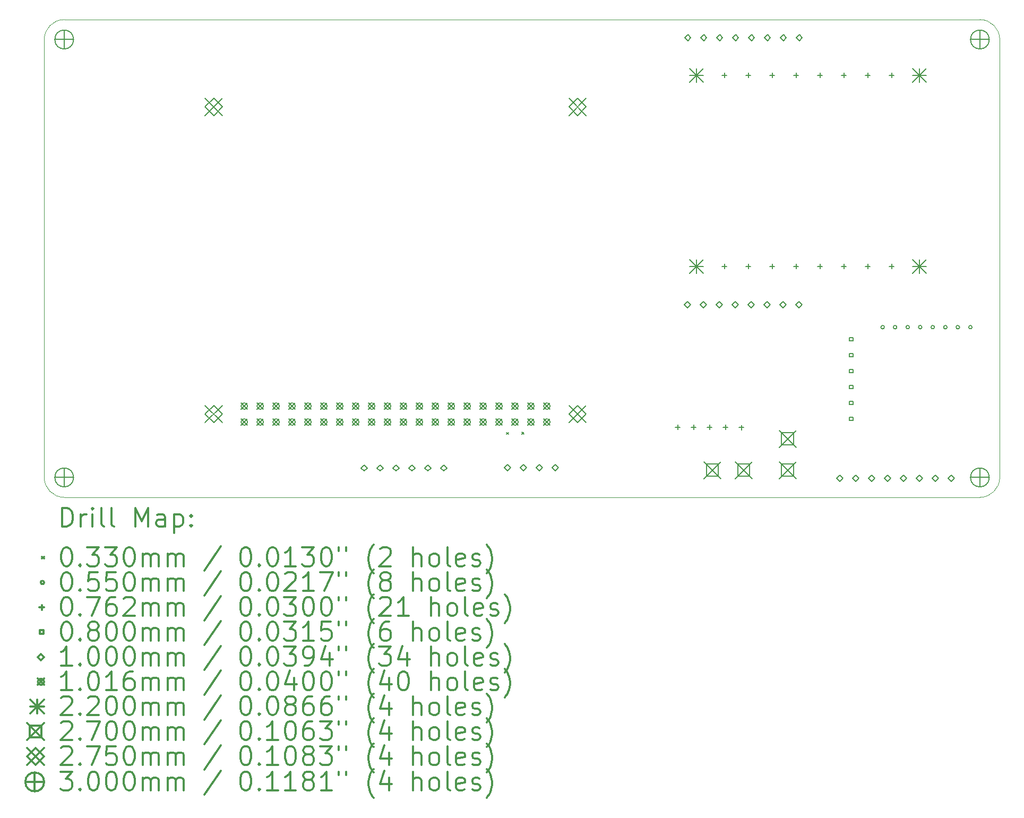
<source format=gbr>
%FSLAX45Y45*%
G04 Gerber Fmt 4.5, Leading zero omitted, Abs format (unit mm)*
G04 Created by KiCad (PCBNEW (5.1.10)-1) date 2022-04-17 04:08:34*
%MOMM*%
%LPD*%
G01*
G04 APERTURE LIST*
%TA.AperFunction,Profile*%
%ADD10C,0.038100*%
%TD*%
%ADD11C,0.200000*%
%ADD12C,0.300000*%
G04 APERTURE END LIST*
D10*
X7588100Y-6244600D02*
X8032600Y-6244600D01*
X22510600Y-6689100D02*
X22510600Y-6562100D01*
X21748600Y-6244600D02*
X22066100Y-6244600D01*
X7588100Y-13864600D02*
G75*
G02*
X7270600Y-13547100I0J317500D01*
G01*
X22510600Y-13102600D02*
X22510600Y-13547100D01*
X22066100Y-6244600D02*
X22193100Y-6244600D01*
X7270600Y-13102600D02*
X7270600Y-13547100D01*
X22193100Y-6244600D02*
G75*
G02*
X22510600Y-6562100I0J-317500D01*
G01*
X22510600Y-7006600D02*
X22510600Y-6689100D01*
X21748600Y-13864600D02*
X8032600Y-13864600D01*
X7270600Y-6562100D02*
G75*
G02*
X7588100Y-6244600I317500J0D01*
G01*
X7270600Y-7006600D02*
X7270600Y-13102600D01*
X7270600Y-7006600D02*
X7270600Y-6562100D01*
X22510600Y-7006600D02*
X22510600Y-13102600D01*
X22510600Y-13547100D02*
G75*
G02*
X22193100Y-13864600I-317500J0D01*
G01*
X8032600Y-6244600D02*
X21748600Y-6244600D01*
X8032600Y-13864600D02*
X7588100Y-13864600D01*
X21748600Y-13864600D02*
X22193100Y-13864600D01*
D11*
X14640090Y-12828580D02*
X14673110Y-12861600D01*
X14673110Y-12828580D02*
X14640090Y-12861600D01*
X14890090Y-12824090D02*
X14923110Y-12857110D01*
X14923110Y-12824090D02*
X14890090Y-12857110D01*
X20669100Y-11150600D02*
G75*
G03*
X20669100Y-11150600I-27500J0D01*
G01*
X20869100Y-11150600D02*
G75*
G03*
X20869100Y-11150600I-27500J0D01*
G01*
X21069100Y-11150600D02*
G75*
G03*
X21069100Y-11150600I-27500J0D01*
G01*
X21269100Y-11150600D02*
G75*
G03*
X21269100Y-11150600I-27500J0D01*
G01*
X21469100Y-11150600D02*
G75*
G03*
X21469100Y-11150600I-27500J0D01*
G01*
X21669100Y-11150600D02*
G75*
G03*
X21669100Y-11150600I-27500J0D01*
G01*
X21869100Y-11150600D02*
G75*
G03*
X21869100Y-11150600I-27500J0D01*
G01*
X22069100Y-11150600D02*
G75*
G03*
X22069100Y-11150600I-27500J0D01*
G01*
X17372600Y-12709500D02*
X17372600Y-12785700D01*
X17334500Y-12747600D02*
X17410700Y-12747600D01*
X17626600Y-12709500D02*
X17626600Y-12785700D01*
X17588500Y-12747600D02*
X17664700Y-12747600D01*
X17880600Y-12709500D02*
X17880600Y-12785700D01*
X17842500Y-12747600D02*
X17918700Y-12747600D01*
X18119600Y-7093500D02*
X18119600Y-7169700D01*
X18081500Y-7131600D02*
X18157700Y-7131600D01*
X18119600Y-10141500D02*
X18119600Y-10217700D01*
X18081500Y-10179600D02*
X18157700Y-10179600D01*
X18134600Y-12709500D02*
X18134600Y-12785700D01*
X18096500Y-12747600D02*
X18172700Y-12747600D01*
X18389600Y-12710500D02*
X18389600Y-12786700D01*
X18351500Y-12748600D02*
X18427700Y-12748600D01*
X18500600Y-7093500D02*
X18500600Y-7169700D01*
X18462500Y-7131600D02*
X18538700Y-7131600D01*
X18500600Y-10141500D02*
X18500600Y-10217700D01*
X18462500Y-10179600D02*
X18538700Y-10179600D01*
X18881600Y-7093500D02*
X18881600Y-7169700D01*
X18843500Y-7131600D02*
X18919700Y-7131600D01*
X18881600Y-10141500D02*
X18881600Y-10217700D01*
X18843500Y-10179600D02*
X18919700Y-10179600D01*
X19262600Y-7093500D02*
X19262600Y-7169700D01*
X19224500Y-7131600D02*
X19300700Y-7131600D01*
X19262600Y-10141500D02*
X19262600Y-10217700D01*
X19224500Y-10179600D02*
X19300700Y-10179600D01*
X19643600Y-7093500D02*
X19643600Y-7169700D01*
X19605500Y-7131600D02*
X19681700Y-7131600D01*
X19643600Y-10141500D02*
X19643600Y-10217700D01*
X19605500Y-10179600D02*
X19681700Y-10179600D01*
X20024600Y-7093500D02*
X20024600Y-7169700D01*
X19986500Y-7131600D02*
X20062700Y-7131600D01*
X20024600Y-10141500D02*
X20024600Y-10217700D01*
X19986500Y-10179600D02*
X20062700Y-10179600D01*
X20405600Y-7093500D02*
X20405600Y-7169700D01*
X20367500Y-7131600D02*
X20443700Y-7131600D01*
X20405600Y-10141500D02*
X20405600Y-10217700D01*
X20367500Y-10179600D02*
X20443700Y-10179600D01*
X20786600Y-7093500D02*
X20786600Y-7169700D01*
X20748500Y-7131600D02*
X20824700Y-7131600D01*
X20786600Y-10141500D02*
X20786600Y-10217700D01*
X20748500Y-10179600D02*
X20824700Y-10179600D01*
X20166885Y-11369884D02*
X20166885Y-11313315D01*
X20110316Y-11313315D01*
X20110316Y-11369884D01*
X20166885Y-11369884D01*
X20166885Y-11623884D02*
X20166885Y-11567315D01*
X20110316Y-11567315D01*
X20110316Y-11623884D01*
X20166885Y-11623884D01*
X20166885Y-11877884D02*
X20166885Y-11821315D01*
X20110316Y-11821315D01*
X20110316Y-11877884D01*
X20166885Y-11877884D01*
X20166885Y-12131884D02*
X20166885Y-12075315D01*
X20110316Y-12075315D01*
X20110316Y-12131884D01*
X20166885Y-12131884D01*
X20166885Y-12385884D02*
X20166885Y-12329315D01*
X20110316Y-12329315D01*
X20110316Y-12385884D01*
X20166885Y-12385884D01*
X20166885Y-12639884D02*
X20166885Y-12583315D01*
X20110316Y-12583315D01*
X20110316Y-12639884D01*
X20166885Y-12639884D01*
X12373600Y-13445600D02*
X12423600Y-13395600D01*
X12373600Y-13345600D01*
X12323600Y-13395600D01*
X12373600Y-13445600D01*
X12627600Y-13445600D02*
X12677600Y-13395600D01*
X12627600Y-13345600D01*
X12577600Y-13395600D01*
X12627600Y-13445600D01*
X12881600Y-13445600D02*
X12931600Y-13395600D01*
X12881600Y-13345600D01*
X12831600Y-13395600D01*
X12881600Y-13445600D01*
X13135600Y-13445600D02*
X13185600Y-13395600D01*
X13135600Y-13345600D01*
X13085600Y-13395600D01*
X13135600Y-13445600D01*
X13389600Y-13445600D02*
X13439600Y-13395600D01*
X13389600Y-13345600D01*
X13339600Y-13395600D01*
X13389600Y-13445600D01*
X13643600Y-13445600D02*
X13693600Y-13395600D01*
X13643600Y-13345600D01*
X13593600Y-13395600D01*
X13643600Y-13445600D01*
X14656600Y-13440600D02*
X14706600Y-13390600D01*
X14656600Y-13340600D01*
X14606600Y-13390600D01*
X14656600Y-13440600D01*
X14910600Y-13440600D02*
X14960600Y-13390600D01*
X14910600Y-13340600D01*
X14860600Y-13390600D01*
X14910600Y-13440600D01*
X15164600Y-13440600D02*
X15214600Y-13390600D01*
X15164600Y-13340600D01*
X15114600Y-13390600D01*
X15164600Y-13440600D01*
X15418600Y-13440600D02*
X15468600Y-13390600D01*
X15418600Y-13340600D01*
X15368600Y-13390600D01*
X15418600Y-13440600D01*
X17531600Y-10840600D02*
X17581600Y-10790600D01*
X17531600Y-10740600D01*
X17481600Y-10790600D01*
X17531600Y-10840600D01*
X17533600Y-6580600D02*
X17583600Y-6530600D01*
X17533600Y-6480600D01*
X17483600Y-6530600D01*
X17533600Y-6580600D01*
X17785600Y-10840600D02*
X17835600Y-10790600D01*
X17785600Y-10740600D01*
X17735600Y-10790600D01*
X17785600Y-10840600D01*
X17787600Y-6580600D02*
X17837600Y-6530600D01*
X17787600Y-6480600D01*
X17737600Y-6530600D01*
X17787600Y-6580600D01*
X18039600Y-10840600D02*
X18089600Y-10790600D01*
X18039600Y-10740600D01*
X17989600Y-10790600D01*
X18039600Y-10840600D01*
X18041600Y-6580600D02*
X18091600Y-6530600D01*
X18041600Y-6480600D01*
X17991600Y-6530600D01*
X18041600Y-6580600D01*
X18293600Y-10840600D02*
X18343600Y-10790600D01*
X18293600Y-10740600D01*
X18243600Y-10790600D01*
X18293600Y-10840600D01*
X18295600Y-6580600D02*
X18345600Y-6530600D01*
X18295600Y-6480600D01*
X18245600Y-6530600D01*
X18295600Y-6580600D01*
X18547600Y-10840600D02*
X18597600Y-10790600D01*
X18547600Y-10740600D01*
X18497600Y-10790600D01*
X18547600Y-10840600D01*
X18549600Y-6580600D02*
X18599600Y-6530600D01*
X18549600Y-6480600D01*
X18499600Y-6530600D01*
X18549600Y-6580600D01*
X18801600Y-10840600D02*
X18851600Y-10790600D01*
X18801600Y-10740600D01*
X18751600Y-10790600D01*
X18801600Y-10840600D01*
X18803600Y-6580600D02*
X18853600Y-6530600D01*
X18803600Y-6480600D01*
X18753600Y-6530600D01*
X18803600Y-6580600D01*
X19055600Y-10840600D02*
X19105600Y-10790600D01*
X19055600Y-10740600D01*
X19005600Y-10790600D01*
X19055600Y-10840600D01*
X19057600Y-6580600D02*
X19107600Y-6530600D01*
X19057600Y-6480600D01*
X19007600Y-6530600D01*
X19057600Y-6580600D01*
X19309600Y-10840600D02*
X19359600Y-10790600D01*
X19309600Y-10740600D01*
X19259600Y-10790600D01*
X19309600Y-10840600D01*
X19311600Y-6580600D02*
X19361600Y-6530600D01*
X19311600Y-6480600D01*
X19261600Y-6530600D01*
X19311600Y-6580600D01*
X19956600Y-13610600D02*
X20006600Y-13560600D01*
X19956600Y-13510600D01*
X19906600Y-13560600D01*
X19956600Y-13610600D01*
X20210600Y-13610600D02*
X20260600Y-13560600D01*
X20210600Y-13510600D01*
X20160600Y-13560600D01*
X20210600Y-13610600D01*
X20464600Y-13610600D02*
X20514600Y-13560600D01*
X20464600Y-13510600D01*
X20414600Y-13560600D01*
X20464600Y-13610600D01*
X20718600Y-13610600D02*
X20768600Y-13560600D01*
X20718600Y-13510600D01*
X20668600Y-13560600D01*
X20718600Y-13610600D01*
X20972600Y-13610600D02*
X21022600Y-13560600D01*
X20972600Y-13510600D01*
X20922600Y-13560600D01*
X20972600Y-13610600D01*
X21226600Y-13610600D02*
X21276600Y-13560600D01*
X21226600Y-13510600D01*
X21176600Y-13560600D01*
X21226600Y-13610600D01*
X21480600Y-13610600D02*
X21530600Y-13560600D01*
X21480600Y-13510600D01*
X21430600Y-13560600D01*
X21480600Y-13610600D01*
X21734600Y-13610600D02*
X21784600Y-13560600D01*
X21734600Y-13510600D01*
X21684600Y-13560600D01*
X21734600Y-13610600D01*
X10410550Y-12358550D02*
X10512150Y-12460150D01*
X10512150Y-12358550D02*
X10410550Y-12460150D01*
X10512150Y-12409350D02*
G75*
G03*
X10512150Y-12409350I-50800J0D01*
G01*
X10410550Y-12612550D02*
X10512150Y-12714150D01*
X10512150Y-12612550D02*
X10410550Y-12714150D01*
X10512150Y-12663350D02*
G75*
G03*
X10512150Y-12663350I-50800J0D01*
G01*
X10664550Y-12358550D02*
X10766150Y-12460150D01*
X10766150Y-12358550D02*
X10664550Y-12460150D01*
X10766150Y-12409350D02*
G75*
G03*
X10766150Y-12409350I-50800J0D01*
G01*
X10664550Y-12612550D02*
X10766150Y-12714150D01*
X10766150Y-12612550D02*
X10664550Y-12714150D01*
X10766150Y-12663350D02*
G75*
G03*
X10766150Y-12663350I-50800J0D01*
G01*
X10918550Y-12358550D02*
X11020150Y-12460150D01*
X11020150Y-12358550D02*
X10918550Y-12460150D01*
X11020150Y-12409350D02*
G75*
G03*
X11020150Y-12409350I-50800J0D01*
G01*
X10918550Y-12612550D02*
X11020150Y-12714150D01*
X11020150Y-12612550D02*
X10918550Y-12714150D01*
X11020150Y-12663350D02*
G75*
G03*
X11020150Y-12663350I-50800J0D01*
G01*
X11172550Y-12358550D02*
X11274150Y-12460150D01*
X11274150Y-12358550D02*
X11172550Y-12460150D01*
X11274150Y-12409350D02*
G75*
G03*
X11274150Y-12409350I-50800J0D01*
G01*
X11172550Y-12612550D02*
X11274150Y-12714150D01*
X11274150Y-12612550D02*
X11172550Y-12714150D01*
X11274150Y-12663350D02*
G75*
G03*
X11274150Y-12663350I-50800J0D01*
G01*
X11426550Y-12358550D02*
X11528150Y-12460150D01*
X11528150Y-12358550D02*
X11426550Y-12460150D01*
X11528150Y-12409350D02*
G75*
G03*
X11528150Y-12409350I-50800J0D01*
G01*
X11426550Y-12612550D02*
X11528150Y-12714150D01*
X11528150Y-12612550D02*
X11426550Y-12714150D01*
X11528150Y-12663350D02*
G75*
G03*
X11528150Y-12663350I-50800J0D01*
G01*
X11680550Y-12358550D02*
X11782150Y-12460150D01*
X11782150Y-12358550D02*
X11680550Y-12460150D01*
X11782150Y-12409350D02*
G75*
G03*
X11782150Y-12409350I-50800J0D01*
G01*
X11680550Y-12612550D02*
X11782150Y-12714150D01*
X11782150Y-12612550D02*
X11680550Y-12714150D01*
X11782150Y-12663350D02*
G75*
G03*
X11782150Y-12663350I-50800J0D01*
G01*
X11934550Y-12358550D02*
X12036150Y-12460150D01*
X12036150Y-12358550D02*
X11934550Y-12460150D01*
X12036150Y-12409350D02*
G75*
G03*
X12036150Y-12409350I-50800J0D01*
G01*
X11934550Y-12612550D02*
X12036150Y-12714150D01*
X12036150Y-12612550D02*
X11934550Y-12714150D01*
X12036150Y-12663350D02*
G75*
G03*
X12036150Y-12663350I-50800J0D01*
G01*
X12188550Y-12358550D02*
X12290150Y-12460150D01*
X12290150Y-12358550D02*
X12188550Y-12460150D01*
X12290150Y-12409350D02*
G75*
G03*
X12290150Y-12409350I-50800J0D01*
G01*
X12188550Y-12612550D02*
X12290150Y-12714150D01*
X12290150Y-12612550D02*
X12188550Y-12714150D01*
X12290150Y-12663350D02*
G75*
G03*
X12290150Y-12663350I-50800J0D01*
G01*
X12442550Y-12358550D02*
X12544150Y-12460150D01*
X12544150Y-12358550D02*
X12442550Y-12460150D01*
X12544150Y-12409350D02*
G75*
G03*
X12544150Y-12409350I-50800J0D01*
G01*
X12442550Y-12612550D02*
X12544150Y-12714150D01*
X12544150Y-12612550D02*
X12442550Y-12714150D01*
X12544150Y-12663350D02*
G75*
G03*
X12544150Y-12663350I-50800J0D01*
G01*
X12696550Y-12358550D02*
X12798150Y-12460150D01*
X12798150Y-12358550D02*
X12696550Y-12460150D01*
X12798150Y-12409350D02*
G75*
G03*
X12798150Y-12409350I-50800J0D01*
G01*
X12696550Y-12612550D02*
X12798150Y-12714150D01*
X12798150Y-12612550D02*
X12696550Y-12714150D01*
X12798150Y-12663350D02*
G75*
G03*
X12798150Y-12663350I-50800J0D01*
G01*
X12950550Y-12358550D02*
X13052150Y-12460150D01*
X13052150Y-12358550D02*
X12950550Y-12460150D01*
X13052150Y-12409350D02*
G75*
G03*
X13052150Y-12409350I-50800J0D01*
G01*
X12950550Y-12612550D02*
X13052150Y-12714150D01*
X13052150Y-12612550D02*
X12950550Y-12714150D01*
X13052150Y-12663350D02*
G75*
G03*
X13052150Y-12663350I-50800J0D01*
G01*
X13204550Y-12358550D02*
X13306150Y-12460150D01*
X13306150Y-12358550D02*
X13204550Y-12460150D01*
X13306150Y-12409350D02*
G75*
G03*
X13306150Y-12409350I-50800J0D01*
G01*
X13204550Y-12612550D02*
X13306150Y-12714150D01*
X13306150Y-12612550D02*
X13204550Y-12714150D01*
X13306150Y-12663350D02*
G75*
G03*
X13306150Y-12663350I-50800J0D01*
G01*
X13458550Y-12358550D02*
X13560150Y-12460150D01*
X13560150Y-12358550D02*
X13458550Y-12460150D01*
X13560150Y-12409350D02*
G75*
G03*
X13560150Y-12409350I-50800J0D01*
G01*
X13458550Y-12612550D02*
X13560150Y-12714150D01*
X13560150Y-12612550D02*
X13458550Y-12714150D01*
X13560150Y-12663350D02*
G75*
G03*
X13560150Y-12663350I-50800J0D01*
G01*
X13712550Y-12358550D02*
X13814150Y-12460150D01*
X13814150Y-12358550D02*
X13712550Y-12460150D01*
X13814150Y-12409350D02*
G75*
G03*
X13814150Y-12409350I-50800J0D01*
G01*
X13712550Y-12612550D02*
X13814150Y-12714150D01*
X13814150Y-12612550D02*
X13712550Y-12714150D01*
X13814150Y-12663350D02*
G75*
G03*
X13814150Y-12663350I-50800J0D01*
G01*
X13966550Y-12358550D02*
X14068150Y-12460150D01*
X14068150Y-12358550D02*
X13966550Y-12460150D01*
X14068150Y-12409350D02*
G75*
G03*
X14068150Y-12409350I-50800J0D01*
G01*
X13966550Y-12612550D02*
X14068150Y-12714150D01*
X14068150Y-12612550D02*
X13966550Y-12714150D01*
X14068150Y-12663350D02*
G75*
G03*
X14068150Y-12663350I-50800J0D01*
G01*
X14220550Y-12358550D02*
X14322150Y-12460150D01*
X14322150Y-12358550D02*
X14220550Y-12460150D01*
X14322150Y-12409350D02*
G75*
G03*
X14322150Y-12409350I-50800J0D01*
G01*
X14220550Y-12612550D02*
X14322150Y-12714150D01*
X14322150Y-12612550D02*
X14220550Y-12714150D01*
X14322150Y-12663350D02*
G75*
G03*
X14322150Y-12663350I-50800J0D01*
G01*
X14474550Y-12358550D02*
X14576150Y-12460150D01*
X14576150Y-12358550D02*
X14474550Y-12460150D01*
X14576150Y-12409350D02*
G75*
G03*
X14576150Y-12409350I-50800J0D01*
G01*
X14474550Y-12612550D02*
X14576150Y-12714150D01*
X14576150Y-12612550D02*
X14474550Y-12714150D01*
X14576150Y-12663350D02*
G75*
G03*
X14576150Y-12663350I-50800J0D01*
G01*
X14728550Y-12358550D02*
X14830150Y-12460150D01*
X14830150Y-12358550D02*
X14728550Y-12460150D01*
X14830150Y-12409350D02*
G75*
G03*
X14830150Y-12409350I-50800J0D01*
G01*
X14728550Y-12612550D02*
X14830150Y-12714150D01*
X14830150Y-12612550D02*
X14728550Y-12714150D01*
X14830150Y-12663350D02*
G75*
G03*
X14830150Y-12663350I-50800J0D01*
G01*
X14982550Y-12358550D02*
X15084150Y-12460150D01*
X15084150Y-12358550D02*
X14982550Y-12460150D01*
X15084150Y-12409350D02*
G75*
G03*
X15084150Y-12409350I-50800J0D01*
G01*
X14982550Y-12612550D02*
X15084150Y-12714150D01*
X15084150Y-12612550D02*
X14982550Y-12714150D01*
X15084150Y-12663350D02*
G75*
G03*
X15084150Y-12663350I-50800J0D01*
G01*
X15236550Y-12358550D02*
X15338150Y-12460150D01*
X15338150Y-12358550D02*
X15236550Y-12460150D01*
X15338150Y-12409350D02*
G75*
G03*
X15338150Y-12409350I-50800J0D01*
G01*
X15236550Y-12612550D02*
X15338150Y-12714150D01*
X15338150Y-12612550D02*
X15236550Y-12714150D01*
X15338150Y-12663350D02*
G75*
G03*
X15338150Y-12663350I-50800J0D01*
G01*
X17565100Y-7021600D02*
X17785100Y-7241600D01*
X17785100Y-7021600D02*
X17565100Y-7241600D01*
X17675100Y-7021600D02*
X17675100Y-7241600D01*
X17565100Y-7131600D02*
X17785100Y-7131600D01*
X17565100Y-10069600D02*
X17785100Y-10289600D01*
X17785100Y-10069600D02*
X17565100Y-10289600D01*
X17675100Y-10069600D02*
X17675100Y-10289600D01*
X17565100Y-10179600D02*
X17785100Y-10179600D01*
X21121100Y-7021600D02*
X21341100Y-7241600D01*
X21341100Y-7021600D02*
X21121100Y-7241600D01*
X21231100Y-7021600D02*
X21231100Y-7241600D01*
X21121100Y-7131600D02*
X21341100Y-7131600D01*
X21121100Y-10069600D02*
X21341100Y-10289600D01*
X21341100Y-10069600D02*
X21121100Y-10289600D01*
X21231100Y-10069600D02*
X21231100Y-10289600D01*
X21121100Y-10179600D02*
X21341100Y-10179600D01*
X17791600Y-13295600D02*
X18061600Y-13565600D01*
X18061600Y-13295600D02*
X17791600Y-13565600D01*
X18022060Y-13526060D02*
X18022060Y-13335140D01*
X17831140Y-13335140D01*
X17831140Y-13526060D01*
X18022060Y-13526060D01*
X18291600Y-13295600D02*
X18561600Y-13565600D01*
X18561600Y-13295600D02*
X18291600Y-13565600D01*
X18522060Y-13526060D02*
X18522060Y-13335140D01*
X18331140Y-13335140D01*
X18331140Y-13526060D01*
X18522060Y-13526060D01*
X18991600Y-12795600D02*
X19261600Y-13065600D01*
X19261600Y-12795600D02*
X18991600Y-13065600D01*
X19222060Y-13026060D02*
X19222060Y-12835140D01*
X19031140Y-12835140D01*
X19031140Y-13026060D01*
X19222060Y-13026060D01*
X18991600Y-13295600D02*
X19261600Y-13565600D01*
X19261600Y-13295600D02*
X18991600Y-13565600D01*
X19222060Y-13526060D02*
X19222060Y-13335140D01*
X19031140Y-13335140D01*
X19031140Y-13526060D01*
X19222060Y-13526060D01*
X9836850Y-7498850D02*
X10111850Y-7773850D01*
X10111850Y-7498850D02*
X9836850Y-7773850D01*
X9974350Y-7773850D02*
X10111850Y-7636350D01*
X9974350Y-7498850D01*
X9836850Y-7636350D01*
X9974350Y-7773850D01*
X9836850Y-12398850D02*
X10111850Y-12673850D01*
X10111850Y-12398850D02*
X9836850Y-12673850D01*
X9974350Y-12673850D02*
X10111850Y-12536350D01*
X9974350Y-12398850D01*
X9836850Y-12536350D01*
X9974350Y-12673850D01*
X15636850Y-7498850D02*
X15911850Y-7773850D01*
X15911850Y-7498850D02*
X15636850Y-7773850D01*
X15774350Y-7773850D02*
X15911850Y-7636350D01*
X15774350Y-7498850D01*
X15636850Y-7636350D01*
X15774350Y-7773850D01*
X15636850Y-12398850D02*
X15911850Y-12673850D01*
X15911850Y-12398850D02*
X15636850Y-12673850D01*
X15774350Y-12673850D02*
X15911850Y-12536350D01*
X15774350Y-12398850D01*
X15636850Y-12536350D01*
X15774350Y-12673850D01*
X7588100Y-6412100D02*
X7588100Y-6712100D01*
X7438100Y-6562100D02*
X7738100Y-6562100D01*
X7738100Y-6562100D02*
G75*
G03*
X7738100Y-6562100I-150000J0D01*
G01*
X7588100Y-13397100D02*
X7588100Y-13697100D01*
X7438100Y-13547100D02*
X7738100Y-13547100D01*
X7738100Y-13547100D02*
G75*
G03*
X7738100Y-13547100I-150000J0D01*
G01*
X22193100Y-6412100D02*
X22193100Y-6712100D01*
X22043100Y-6562100D02*
X22343100Y-6562100D01*
X22343100Y-6562100D02*
G75*
G03*
X22343100Y-6562100I-150000J0D01*
G01*
X22193100Y-13397100D02*
X22193100Y-13697100D01*
X22043100Y-13547100D02*
X22343100Y-13547100D01*
X22343100Y-13547100D02*
G75*
G03*
X22343100Y-13547100I-150000J0D01*
G01*
D12*
X7555123Y-14332219D02*
X7555123Y-14032219D01*
X7626552Y-14032219D01*
X7669409Y-14046505D01*
X7697981Y-14075076D01*
X7712266Y-14103648D01*
X7726552Y-14160791D01*
X7726552Y-14203648D01*
X7712266Y-14260791D01*
X7697981Y-14289362D01*
X7669409Y-14317934D01*
X7626552Y-14332219D01*
X7555123Y-14332219D01*
X7855123Y-14332219D02*
X7855123Y-14132219D01*
X7855123Y-14189362D02*
X7869409Y-14160791D01*
X7883695Y-14146505D01*
X7912266Y-14132219D01*
X7940838Y-14132219D01*
X8040838Y-14332219D02*
X8040838Y-14132219D01*
X8040838Y-14032219D02*
X8026552Y-14046505D01*
X8040838Y-14060791D01*
X8055123Y-14046505D01*
X8040838Y-14032219D01*
X8040838Y-14060791D01*
X8226552Y-14332219D02*
X8197981Y-14317934D01*
X8183695Y-14289362D01*
X8183695Y-14032219D01*
X8383695Y-14332219D02*
X8355123Y-14317934D01*
X8340838Y-14289362D01*
X8340838Y-14032219D01*
X8726552Y-14332219D02*
X8726552Y-14032219D01*
X8826552Y-14246505D01*
X8926552Y-14032219D01*
X8926552Y-14332219D01*
X9197981Y-14332219D02*
X9197981Y-14175076D01*
X9183695Y-14146505D01*
X9155123Y-14132219D01*
X9097981Y-14132219D01*
X9069409Y-14146505D01*
X9197981Y-14317934D02*
X9169409Y-14332219D01*
X9097981Y-14332219D01*
X9069409Y-14317934D01*
X9055123Y-14289362D01*
X9055123Y-14260791D01*
X9069409Y-14232219D01*
X9097981Y-14217934D01*
X9169409Y-14217934D01*
X9197981Y-14203648D01*
X9340838Y-14132219D02*
X9340838Y-14432219D01*
X9340838Y-14146505D02*
X9369409Y-14132219D01*
X9426552Y-14132219D01*
X9455123Y-14146505D01*
X9469409Y-14160791D01*
X9483695Y-14189362D01*
X9483695Y-14275076D01*
X9469409Y-14303648D01*
X9455123Y-14317934D01*
X9426552Y-14332219D01*
X9369409Y-14332219D01*
X9340838Y-14317934D01*
X9612266Y-14303648D02*
X9626552Y-14317934D01*
X9612266Y-14332219D01*
X9597981Y-14317934D01*
X9612266Y-14303648D01*
X9612266Y-14332219D01*
X9612266Y-14146505D02*
X9626552Y-14160791D01*
X9612266Y-14175076D01*
X9597981Y-14160791D01*
X9612266Y-14146505D01*
X9612266Y-14175076D01*
X7235675Y-14809995D02*
X7268695Y-14843015D01*
X7268695Y-14809995D02*
X7235675Y-14843015D01*
X7612266Y-14662219D02*
X7640838Y-14662219D01*
X7669409Y-14676505D01*
X7683695Y-14690791D01*
X7697981Y-14719362D01*
X7712266Y-14776505D01*
X7712266Y-14847934D01*
X7697981Y-14905076D01*
X7683695Y-14933648D01*
X7669409Y-14947934D01*
X7640838Y-14962219D01*
X7612266Y-14962219D01*
X7583695Y-14947934D01*
X7569409Y-14933648D01*
X7555123Y-14905076D01*
X7540838Y-14847934D01*
X7540838Y-14776505D01*
X7555123Y-14719362D01*
X7569409Y-14690791D01*
X7583695Y-14676505D01*
X7612266Y-14662219D01*
X7840838Y-14933648D02*
X7855123Y-14947934D01*
X7840838Y-14962219D01*
X7826552Y-14947934D01*
X7840838Y-14933648D01*
X7840838Y-14962219D01*
X7955123Y-14662219D02*
X8140838Y-14662219D01*
X8040838Y-14776505D01*
X8083695Y-14776505D01*
X8112266Y-14790791D01*
X8126552Y-14805076D01*
X8140838Y-14833648D01*
X8140838Y-14905076D01*
X8126552Y-14933648D01*
X8112266Y-14947934D01*
X8083695Y-14962219D01*
X7997981Y-14962219D01*
X7969409Y-14947934D01*
X7955123Y-14933648D01*
X8240838Y-14662219D02*
X8426552Y-14662219D01*
X8326552Y-14776505D01*
X8369409Y-14776505D01*
X8397981Y-14790791D01*
X8412266Y-14805076D01*
X8426552Y-14833648D01*
X8426552Y-14905076D01*
X8412266Y-14933648D01*
X8397981Y-14947934D01*
X8369409Y-14962219D01*
X8283695Y-14962219D01*
X8255123Y-14947934D01*
X8240838Y-14933648D01*
X8612266Y-14662219D02*
X8640838Y-14662219D01*
X8669409Y-14676505D01*
X8683695Y-14690791D01*
X8697981Y-14719362D01*
X8712266Y-14776505D01*
X8712266Y-14847934D01*
X8697981Y-14905076D01*
X8683695Y-14933648D01*
X8669409Y-14947934D01*
X8640838Y-14962219D01*
X8612266Y-14962219D01*
X8583695Y-14947934D01*
X8569409Y-14933648D01*
X8555123Y-14905076D01*
X8540838Y-14847934D01*
X8540838Y-14776505D01*
X8555123Y-14719362D01*
X8569409Y-14690791D01*
X8583695Y-14676505D01*
X8612266Y-14662219D01*
X8840838Y-14962219D02*
X8840838Y-14762219D01*
X8840838Y-14790791D02*
X8855123Y-14776505D01*
X8883695Y-14762219D01*
X8926552Y-14762219D01*
X8955123Y-14776505D01*
X8969409Y-14805076D01*
X8969409Y-14962219D01*
X8969409Y-14805076D02*
X8983695Y-14776505D01*
X9012266Y-14762219D01*
X9055123Y-14762219D01*
X9083695Y-14776505D01*
X9097981Y-14805076D01*
X9097981Y-14962219D01*
X9240838Y-14962219D02*
X9240838Y-14762219D01*
X9240838Y-14790791D02*
X9255123Y-14776505D01*
X9283695Y-14762219D01*
X9326552Y-14762219D01*
X9355123Y-14776505D01*
X9369409Y-14805076D01*
X9369409Y-14962219D01*
X9369409Y-14805076D02*
X9383695Y-14776505D01*
X9412266Y-14762219D01*
X9455123Y-14762219D01*
X9483695Y-14776505D01*
X9497981Y-14805076D01*
X9497981Y-14962219D01*
X10083695Y-14647934D02*
X9826552Y-15033648D01*
X10469409Y-14662219D02*
X10497981Y-14662219D01*
X10526552Y-14676505D01*
X10540838Y-14690791D01*
X10555123Y-14719362D01*
X10569409Y-14776505D01*
X10569409Y-14847934D01*
X10555123Y-14905076D01*
X10540838Y-14933648D01*
X10526552Y-14947934D01*
X10497981Y-14962219D01*
X10469409Y-14962219D01*
X10440838Y-14947934D01*
X10426552Y-14933648D01*
X10412266Y-14905076D01*
X10397981Y-14847934D01*
X10397981Y-14776505D01*
X10412266Y-14719362D01*
X10426552Y-14690791D01*
X10440838Y-14676505D01*
X10469409Y-14662219D01*
X10697981Y-14933648D02*
X10712266Y-14947934D01*
X10697981Y-14962219D01*
X10683695Y-14947934D01*
X10697981Y-14933648D01*
X10697981Y-14962219D01*
X10897981Y-14662219D02*
X10926552Y-14662219D01*
X10955123Y-14676505D01*
X10969409Y-14690791D01*
X10983695Y-14719362D01*
X10997981Y-14776505D01*
X10997981Y-14847934D01*
X10983695Y-14905076D01*
X10969409Y-14933648D01*
X10955123Y-14947934D01*
X10926552Y-14962219D01*
X10897981Y-14962219D01*
X10869409Y-14947934D01*
X10855123Y-14933648D01*
X10840838Y-14905076D01*
X10826552Y-14847934D01*
X10826552Y-14776505D01*
X10840838Y-14719362D01*
X10855123Y-14690791D01*
X10869409Y-14676505D01*
X10897981Y-14662219D01*
X11283695Y-14962219D02*
X11112266Y-14962219D01*
X11197981Y-14962219D02*
X11197981Y-14662219D01*
X11169409Y-14705076D01*
X11140838Y-14733648D01*
X11112266Y-14747934D01*
X11383695Y-14662219D02*
X11569409Y-14662219D01*
X11469409Y-14776505D01*
X11512266Y-14776505D01*
X11540838Y-14790791D01*
X11555123Y-14805076D01*
X11569409Y-14833648D01*
X11569409Y-14905076D01*
X11555123Y-14933648D01*
X11540838Y-14947934D01*
X11512266Y-14962219D01*
X11426552Y-14962219D01*
X11397981Y-14947934D01*
X11383695Y-14933648D01*
X11755123Y-14662219D02*
X11783695Y-14662219D01*
X11812266Y-14676505D01*
X11826552Y-14690791D01*
X11840838Y-14719362D01*
X11855123Y-14776505D01*
X11855123Y-14847934D01*
X11840838Y-14905076D01*
X11826552Y-14933648D01*
X11812266Y-14947934D01*
X11783695Y-14962219D01*
X11755123Y-14962219D01*
X11726552Y-14947934D01*
X11712266Y-14933648D01*
X11697981Y-14905076D01*
X11683695Y-14847934D01*
X11683695Y-14776505D01*
X11697981Y-14719362D01*
X11712266Y-14690791D01*
X11726552Y-14676505D01*
X11755123Y-14662219D01*
X11969409Y-14662219D02*
X11969409Y-14719362D01*
X12083695Y-14662219D02*
X12083695Y-14719362D01*
X12526552Y-15076505D02*
X12512266Y-15062219D01*
X12483695Y-15019362D01*
X12469409Y-14990791D01*
X12455123Y-14947934D01*
X12440838Y-14876505D01*
X12440838Y-14819362D01*
X12455123Y-14747934D01*
X12469409Y-14705076D01*
X12483695Y-14676505D01*
X12512266Y-14633648D01*
X12526552Y-14619362D01*
X12626552Y-14690791D02*
X12640838Y-14676505D01*
X12669409Y-14662219D01*
X12740838Y-14662219D01*
X12769409Y-14676505D01*
X12783695Y-14690791D01*
X12797981Y-14719362D01*
X12797981Y-14747934D01*
X12783695Y-14790791D01*
X12612266Y-14962219D01*
X12797981Y-14962219D01*
X13155123Y-14962219D02*
X13155123Y-14662219D01*
X13283695Y-14962219D02*
X13283695Y-14805076D01*
X13269409Y-14776505D01*
X13240838Y-14762219D01*
X13197981Y-14762219D01*
X13169409Y-14776505D01*
X13155123Y-14790791D01*
X13469409Y-14962219D02*
X13440838Y-14947934D01*
X13426552Y-14933648D01*
X13412266Y-14905076D01*
X13412266Y-14819362D01*
X13426552Y-14790791D01*
X13440838Y-14776505D01*
X13469409Y-14762219D01*
X13512266Y-14762219D01*
X13540838Y-14776505D01*
X13555123Y-14790791D01*
X13569409Y-14819362D01*
X13569409Y-14905076D01*
X13555123Y-14933648D01*
X13540838Y-14947934D01*
X13512266Y-14962219D01*
X13469409Y-14962219D01*
X13740838Y-14962219D02*
X13712266Y-14947934D01*
X13697981Y-14919362D01*
X13697981Y-14662219D01*
X13969409Y-14947934D02*
X13940838Y-14962219D01*
X13883695Y-14962219D01*
X13855123Y-14947934D01*
X13840838Y-14919362D01*
X13840838Y-14805076D01*
X13855123Y-14776505D01*
X13883695Y-14762219D01*
X13940838Y-14762219D01*
X13969409Y-14776505D01*
X13983695Y-14805076D01*
X13983695Y-14833648D01*
X13840838Y-14862219D01*
X14097981Y-14947934D02*
X14126552Y-14962219D01*
X14183695Y-14962219D01*
X14212266Y-14947934D01*
X14226552Y-14919362D01*
X14226552Y-14905076D01*
X14212266Y-14876505D01*
X14183695Y-14862219D01*
X14140838Y-14862219D01*
X14112266Y-14847934D01*
X14097981Y-14819362D01*
X14097981Y-14805076D01*
X14112266Y-14776505D01*
X14140838Y-14762219D01*
X14183695Y-14762219D01*
X14212266Y-14776505D01*
X14326552Y-15076505D02*
X14340838Y-15062219D01*
X14369409Y-15019362D01*
X14383695Y-14990791D01*
X14397981Y-14947934D01*
X14412266Y-14876505D01*
X14412266Y-14819362D01*
X14397981Y-14747934D01*
X14383695Y-14705076D01*
X14369409Y-14676505D01*
X14340838Y-14633648D01*
X14326552Y-14619362D01*
X7268695Y-15222505D02*
G75*
G03*
X7268695Y-15222505I-27500J0D01*
G01*
X7612266Y-15058219D02*
X7640838Y-15058219D01*
X7669409Y-15072505D01*
X7683695Y-15086791D01*
X7697981Y-15115362D01*
X7712266Y-15172505D01*
X7712266Y-15243934D01*
X7697981Y-15301076D01*
X7683695Y-15329648D01*
X7669409Y-15343934D01*
X7640838Y-15358219D01*
X7612266Y-15358219D01*
X7583695Y-15343934D01*
X7569409Y-15329648D01*
X7555123Y-15301076D01*
X7540838Y-15243934D01*
X7540838Y-15172505D01*
X7555123Y-15115362D01*
X7569409Y-15086791D01*
X7583695Y-15072505D01*
X7612266Y-15058219D01*
X7840838Y-15329648D02*
X7855123Y-15343934D01*
X7840838Y-15358219D01*
X7826552Y-15343934D01*
X7840838Y-15329648D01*
X7840838Y-15358219D01*
X8126552Y-15058219D02*
X7983695Y-15058219D01*
X7969409Y-15201076D01*
X7983695Y-15186791D01*
X8012266Y-15172505D01*
X8083695Y-15172505D01*
X8112266Y-15186791D01*
X8126552Y-15201076D01*
X8140838Y-15229648D01*
X8140838Y-15301076D01*
X8126552Y-15329648D01*
X8112266Y-15343934D01*
X8083695Y-15358219D01*
X8012266Y-15358219D01*
X7983695Y-15343934D01*
X7969409Y-15329648D01*
X8412266Y-15058219D02*
X8269409Y-15058219D01*
X8255123Y-15201076D01*
X8269409Y-15186791D01*
X8297981Y-15172505D01*
X8369409Y-15172505D01*
X8397981Y-15186791D01*
X8412266Y-15201076D01*
X8426552Y-15229648D01*
X8426552Y-15301076D01*
X8412266Y-15329648D01*
X8397981Y-15343934D01*
X8369409Y-15358219D01*
X8297981Y-15358219D01*
X8269409Y-15343934D01*
X8255123Y-15329648D01*
X8612266Y-15058219D02*
X8640838Y-15058219D01*
X8669409Y-15072505D01*
X8683695Y-15086791D01*
X8697981Y-15115362D01*
X8712266Y-15172505D01*
X8712266Y-15243934D01*
X8697981Y-15301076D01*
X8683695Y-15329648D01*
X8669409Y-15343934D01*
X8640838Y-15358219D01*
X8612266Y-15358219D01*
X8583695Y-15343934D01*
X8569409Y-15329648D01*
X8555123Y-15301076D01*
X8540838Y-15243934D01*
X8540838Y-15172505D01*
X8555123Y-15115362D01*
X8569409Y-15086791D01*
X8583695Y-15072505D01*
X8612266Y-15058219D01*
X8840838Y-15358219D02*
X8840838Y-15158219D01*
X8840838Y-15186791D02*
X8855123Y-15172505D01*
X8883695Y-15158219D01*
X8926552Y-15158219D01*
X8955123Y-15172505D01*
X8969409Y-15201076D01*
X8969409Y-15358219D01*
X8969409Y-15201076D02*
X8983695Y-15172505D01*
X9012266Y-15158219D01*
X9055123Y-15158219D01*
X9083695Y-15172505D01*
X9097981Y-15201076D01*
X9097981Y-15358219D01*
X9240838Y-15358219D02*
X9240838Y-15158219D01*
X9240838Y-15186791D02*
X9255123Y-15172505D01*
X9283695Y-15158219D01*
X9326552Y-15158219D01*
X9355123Y-15172505D01*
X9369409Y-15201076D01*
X9369409Y-15358219D01*
X9369409Y-15201076D02*
X9383695Y-15172505D01*
X9412266Y-15158219D01*
X9455123Y-15158219D01*
X9483695Y-15172505D01*
X9497981Y-15201076D01*
X9497981Y-15358219D01*
X10083695Y-15043934D02*
X9826552Y-15429648D01*
X10469409Y-15058219D02*
X10497981Y-15058219D01*
X10526552Y-15072505D01*
X10540838Y-15086791D01*
X10555123Y-15115362D01*
X10569409Y-15172505D01*
X10569409Y-15243934D01*
X10555123Y-15301076D01*
X10540838Y-15329648D01*
X10526552Y-15343934D01*
X10497981Y-15358219D01*
X10469409Y-15358219D01*
X10440838Y-15343934D01*
X10426552Y-15329648D01*
X10412266Y-15301076D01*
X10397981Y-15243934D01*
X10397981Y-15172505D01*
X10412266Y-15115362D01*
X10426552Y-15086791D01*
X10440838Y-15072505D01*
X10469409Y-15058219D01*
X10697981Y-15329648D02*
X10712266Y-15343934D01*
X10697981Y-15358219D01*
X10683695Y-15343934D01*
X10697981Y-15329648D01*
X10697981Y-15358219D01*
X10897981Y-15058219D02*
X10926552Y-15058219D01*
X10955123Y-15072505D01*
X10969409Y-15086791D01*
X10983695Y-15115362D01*
X10997981Y-15172505D01*
X10997981Y-15243934D01*
X10983695Y-15301076D01*
X10969409Y-15329648D01*
X10955123Y-15343934D01*
X10926552Y-15358219D01*
X10897981Y-15358219D01*
X10869409Y-15343934D01*
X10855123Y-15329648D01*
X10840838Y-15301076D01*
X10826552Y-15243934D01*
X10826552Y-15172505D01*
X10840838Y-15115362D01*
X10855123Y-15086791D01*
X10869409Y-15072505D01*
X10897981Y-15058219D01*
X11112266Y-15086791D02*
X11126552Y-15072505D01*
X11155123Y-15058219D01*
X11226552Y-15058219D01*
X11255123Y-15072505D01*
X11269409Y-15086791D01*
X11283695Y-15115362D01*
X11283695Y-15143934D01*
X11269409Y-15186791D01*
X11097981Y-15358219D01*
X11283695Y-15358219D01*
X11569409Y-15358219D02*
X11397981Y-15358219D01*
X11483695Y-15358219D02*
X11483695Y-15058219D01*
X11455123Y-15101076D01*
X11426552Y-15129648D01*
X11397981Y-15143934D01*
X11669409Y-15058219D02*
X11869409Y-15058219D01*
X11740838Y-15358219D01*
X11969409Y-15058219D02*
X11969409Y-15115362D01*
X12083695Y-15058219D02*
X12083695Y-15115362D01*
X12526552Y-15472505D02*
X12512266Y-15458219D01*
X12483695Y-15415362D01*
X12469409Y-15386791D01*
X12455123Y-15343934D01*
X12440838Y-15272505D01*
X12440838Y-15215362D01*
X12455123Y-15143934D01*
X12469409Y-15101076D01*
X12483695Y-15072505D01*
X12512266Y-15029648D01*
X12526552Y-15015362D01*
X12683695Y-15186791D02*
X12655123Y-15172505D01*
X12640838Y-15158219D01*
X12626552Y-15129648D01*
X12626552Y-15115362D01*
X12640838Y-15086791D01*
X12655123Y-15072505D01*
X12683695Y-15058219D01*
X12740838Y-15058219D01*
X12769409Y-15072505D01*
X12783695Y-15086791D01*
X12797981Y-15115362D01*
X12797981Y-15129648D01*
X12783695Y-15158219D01*
X12769409Y-15172505D01*
X12740838Y-15186791D01*
X12683695Y-15186791D01*
X12655123Y-15201076D01*
X12640838Y-15215362D01*
X12626552Y-15243934D01*
X12626552Y-15301076D01*
X12640838Y-15329648D01*
X12655123Y-15343934D01*
X12683695Y-15358219D01*
X12740838Y-15358219D01*
X12769409Y-15343934D01*
X12783695Y-15329648D01*
X12797981Y-15301076D01*
X12797981Y-15243934D01*
X12783695Y-15215362D01*
X12769409Y-15201076D01*
X12740838Y-15186791D01*
X13155123Y-15358219D02*
X13155123Y-15058219D01*
X13283695Y-15358219D02*
X13283695Y-15201076D01*
X13269409Y-15172505D01*
X13240838Y-15158219D01*
X13197981Y-15158219D01*
X13169409Y-15172505D01*
X13155123Y-15186791D01*
X13469409Y-15358219D02*
X13440838Y-15343934D01*
X13426552Y-15329648D01*
X13412266Y-15301076D01*
X13412266Y-15215362D01*
X13426552Y-15186791D01*
X13440838Y-15172505D01*
X13469409Y-15158219D01*
X13512266Y-15158219D01*
X13540838Y-15172505D01*
X13555123Y-15186791D01*
X13569409Y-15215362D01*
X13569409Y-15301076D01*
X13555123Y-15329648D01*
X13540838Y-15343934D01*
X13512266Y-15358219D01*
X13469409Y-15358219D01*
X13740838Y-15358219D02*
X13712266Y-15343934D01*
X13697981Y-15315362D01*
X13697981Y-15058219D01*
X13969409Y-15343934D02*
X13940838Y-15358219D01*
X13883695Y-15358219D01*
X13855123Y-15343934D01*
X13840838Y-15315362D01*
X13840838Y-15201076D01*
X13855123Y-15172505D01*
X13883695Y-15158219D01*
X13940838Y-15158219D01*
X13969409Y-15172505D01*
X13983695Y-15201076D01*
X13983695Y-15229648D01*
X13840838Y-15258219D01*
X14097981Y-15343934D02*
X14126552Y-15358219D01*
X14183695Y-15358219D01*
X14212266Y-15343934D01*
X14226552Y-15315362D01*
X14226552Y-15301076D01*
X14212266Y-15272505D01*
X14183695Y-15258219D01*
X14140838Y-15258219D01*
X14112266Y-15243934D01*
X14097981Y-15215362D01*
X14097981Y-15201076D01*
X14112266Y-15172505D01*
X14140838Y-15158219D01*
X14183695Y-15158219D01*
X14212266Y-15172505D01*
X14326552Y-15472505D02*
X14340838Y-15458219D01*
X14369409Y-15415362D01*
X14383695Y-15386791D01*
X14397981Y-15343934D01*
X14412266Y-15272505D01*
X14412266Y-15215362D01*
X14397981Y-15143934D01*
X14383695Y-15101076D01*
X14369409Y-15072505D01*
X14340838Y-15029648D01*
X14326552Y-15015362D01*
X7230595Y-15580405D02*
X7230595Y-15656605D01*
X7192495Y-15618505D02*
X7268695Y-15618505D01*
X7612266Y-15454219D02*
X7640838Y-15454219D01*
X7669409Y-15468505D01*
X7683695Y-15482791D01*
X7697981Y-15511362D01*
X7712266Y-15568505D01*
X7712266Y-15639934D01*
X7697981Y-15697076D01*
X7683695Y-15725648D01*
X7669409Y-15739934D01*
X7640838Y-15754219D01*
X7612266Y-15754219D01*
X7583695Y-15739934D01*
X7569409Y-15725648D01*
X7555123Y-15697076D01*
X7540838Y-15639934D01*
X7540838Y-15568505D01*
X7555123Y-15511362D01*
X7569409Y-15482791D01*
X7583695Y-15468505D01*
X7612266Y-15454219D01*
X7840838Y-15725648D02*
X7855123Y-15739934D01*
X7840838Y-15754219D01*
X7826552Y-15739934D01*
X7840838Y-15725648D01*
X7840838Y-15754219D01*
X7955123Y-15454219D02*
X8155123Y-15454219D01*
X8026552Y-15754219D01*
X8397981Y-15454219D02*
X8340838Y-15454219D01*
X8312266Y-15468505D01*
X8297981Y-15482791D01*
X8269409Y-15525648D01*
X8255123Y-15582791D01*
X8255123Y-15697076D01*
X8269409Y-15725648D01*
X8283695Y-15739934D01*
X8312266Y-15754219D01*
X8369409Y-15754219D01*
X8397981Y-15739934D01*
X8412266Y-15725648D01*
X8426552Y-15697076D01*
X8426552Y-15625648D01*
X8412266Y-15597076D01*
X8397981Y-15582791D01*
X8369409Y-15568505D01*
X8312266Y-15568505D01*
X8283695Y-15582791D01*
X8269409Y-15597076D01*
X8255123Y-15625648D01*
X8540838Y-15482791D02*
X8555123Y-15468505D01*
X8583695Y-15454219D01*
X8655123Y-15454219D01*
X8683695Y-15468505D01*
X8697981Y-15482791D01*
X8712266Y-15511362D01*
X8712266Y-15539934D01*
X8697981Y-15582791D01*
X8526552Y-15754219D01*
X8712266Y-15754219D01*
X8840838Y-15754219D02*
X8840838Y-15554219D01*
X8840838Y-15582791D02*
X8855123Y-15568505D01*
X8883695Y-15554219D01*
X8926552Y-15554219D01*
X8955123Y-15568505D01*
X8969409Y-15597076D01*
X8969409Y-15754219D01*
X8969409Y-15597076D02*
X8983695Y-15568505D01*
X9012266Y-15554219D01*
X9055123Y-15554219D01*
X9083695Y-15568505D01*
X9097981Y-15597076D01*
X9097981Y-15754219D01*
X9240838Y-15754219D02*
X9240838Y-15554219D01*
X9240838Y-15582791D02*
X9255123Y-15568505D01*
X9283695Y-15554219D01*
X9326552Y-15554219D01*
X9355123Y-15568505D01*
X9369409Y-15597076D01*
X9369409Y-15754219D01*
X9369409Y-15597076D02*
X9383695Y-15568505D01*
X9412266Y-15554219D01*
X9455123Y-15554219D01*
X9483695Y-15568505D01*
X9497981Y-15597076D01*
X9497981Y-15754219D01*
X10083695Y-15439934D02*
X9826552Y-15825648D01*
X10469409Y-15454219D02*
X10497981Y-15454219D01*
X10526552Y-15468505D01*
X10540838Y-15482791D01*
X10555123Y-15511362D01*
X10569409Y-15568505D01*
X10569409Y-15639934D01*
X10555123Y-15697076D01*
X10540838Y-15725648D01*
X10526552Y-15739934D01*
X10497981Y-15754219D01*
X10469409Y-15754219D01*
X10440838Y-15739934D01*
X10426552Y-15725648D01*
X10412266Y-15697076D01*
X10397981Y-15639934D01*
X10397981Y-15568505D01*
X10412266Y-15511362D01*
X10426552Y-15482791D01*
X10440838Y-15468505D01*
X10469409Y-15454219D01*
X10697981Y-15725648D02*
X10712266Y-15739934D01*
X10697981Y-15754219D01*
X10683695Y-15739934D01*
X10697981Y-15725648D01*
X10697981Y-15754219D01*
X10897981Y-15454219D02*
X10926552Y-15454219D01*
X10955123Y-15468505D01*
X10969409Y-15482791D01*
X10983695Y-15511362D01*
X10997981Y-15568505D01*
X10997981Y-15639934D01*
X10983695Y-15697076D01*
X10969409Y-15725648D01*
X10955123Y-15739934D01*
X10926552Y-15754219D01*
X10897981Y-15754219D01*
X10869409Y-15739934D01*
X10855123Y-15725648D01*
X10840838Y-15697076D01*
X10826552Y-15639934D01*
X10826552Y-15568505D01*
X10840838Y-15511362D01*
X10855123Y-15482791D01*
X10869409Y-15468505D01*
X10897981Y-15454219D01*
X11097981Y-15454219D02*
X11283695Y-15454219D01*
X11183695Y-15568505D01*
X11226552Y-15568505D01*
X11255123Y-15582791D01*
X11269409Y-15597076D01*
X11283695Y-15625648D01*
X11283695Y-15697076D01*
X11269409Y-15725648D01*
X11255123Y-15739934D01*
X11226552Y-15754219D01*
X11140838Y-15754219D01*
X11112266Y-15739934D01*
X11097981Y-15725648D01*
X11469409Y-15454219D02*
X11497981Y-15454219D01*
X11526552Y-15468505D01*
X11540838Y-15482791D01*
X11555123Y-15511362D01*
X11569409Y-15568505D01*
X11569409Y-15639934D01*
X11555123Y-15697076D01*
X11540838Y-15725648D01*
X11526552Y-15739934D01*
X11497981Y-15754219D01*
X11469409Y-15754219D01*
X11440838Y-15739934D01*
X11426552Y-15725648D01*
X11412266Y-15697076D01*
X11397981Y-15639934D01*
X11397981Y-15568505D01*
X11412266Y-15511362D01*
X11426552Y-15482791D01*
X11440838Y-15468505D01*
X11469409Y-15454219D01*
X11755123Y-15454219D02*
X11783695Y-15454219D01*
X11812266Y-15468505D01*
X11826552Y-15482791D01*
X11840838Y-15511362D01*
X11855123Y-15568505D01*
X11855123Y-15639934D01*
X11840838Y-15697076D01*
X11826552Y-15725648D01*
X11812266Y-15739934D01*
X11783695Y-15754219D01*
X11755123Y-15754219D01*
X11726552Y-15739934D01*
X11712266Y-15725648D01*
X11697981Y-15697076D01*
X11683695Y-15639934D01*
X11683695Y-15568505D01*
X11697981Y-15511362D01*
X11712266Y-15482791D01*
X11726552Y-15468505D01*
X11755123Y-15454219D01*
X11969409Y-15454219D02*
X11969409Y-15511362D01*
X12083695Y-15454219D02*
X12083695Y-15511362D01*
X12526552Y-15868505D02*
X12512266Y-15854219D01*
X12483695Y-15811362D01*
X12469409Y-15782791D01*
X12455123Y-15739934D01*
X12440838Y-15668505D01*
X12440838Y-15611362D01*
X12455123Y-15539934D01*
X12469409Y-15497076D01*
X12483695Y-15468505D01*
X12512266Y-15425648D01*
X12526552Y-15411362D01*
X12626552Y-15482791D02*
X12640838Y-15468505D01*
X12669409Y-15454219D01*
X12740838Y-15454219D01*
X12769409Y-15468505D01*
X12783695Y-15482791D01*
X12797981Y-15511362D01*
X12797981Y-15539934D01*
X12783695Y-15582791D01*
X12612266Y-15754219D01*
X12797981Y-15754219D01*
X13083695Y-15754219D02*
X12912266Y-15754219D01*
X12997981Y-15754219D02*
X12997981Y-15454219D01*
X12969409Y-15497076D01*
X12940838Y-15525648D01*
X12912266Y-15539934D01*
X13440838Y-15754219D02*
X13440838Y-15454219D01*
X13569409Y-15754219D02*
X13569409Y-15597076D01*
X13555123Y-15568505D01*
X13526552Y-15554219D01*
X13483695Y-15554219D01*
X13455123Y-15568505D01*
X13440838Y-15582791D01*
X13755123Y-15754219D02*
X13726552Y-15739934D01*
X13712266Y-15725648D01*
X13697981Y-15697076D01*
X13697981Y-15611362D01*
X13712266Y-15582791D01*
X13726552Y-15568505D01*
X13755123Y-15554219D01*
X13797981Y-15554219D01*
X13826552Y-15568505D01*
X13840838Y-15582791D01*
X13855123Y-15611362D01*
X13855123Y-15697076D01*
X13840838Y-15725648D01*
X13826552Y-15739934D01*
X13797981Y-15754219D01*
X13755123Y-15754219D01*
X14026552Y-15754219D02*
X13997981Y-15739934D01*
X13983695Y-15711362D01*
X13983695Y-15454219D01*
X14255123Y-15739934D02*
X14226552Y-15754219D01*
X14169409Y-15754219D01*
X14140838Y-15739934D01*
X14126552Y-15711362D01*
X14126552Y-15597076D01*
X14140838Y-15568505D01*
X14169409Y-15554219D01*
X14226552Y-15554219D01*
X14255123Y-15568505D01*
X14269409Y-15597076D01*
X14269409Y-15625648D01*
X14126552Y-15654219D01*
X14383695Y-15739934D02*
X14412266Y-15754219D01*
X14469409Y-15754219D01*
X14497981Y-15739934D01*
X14512266Y-15711362D01*
X14512266Y-15697076D01*
X14497981Y-15668505D01*
X14469409Y-15654219D01*
X14426552Y-15654219D01*
X14397981Y-15639934D01*
X14383695Y-15611362D01*
X14383695Y-15597076D01*
X14397981Y-15568505D01*
X14426552Y-15554219D01*
X14469409Y-15554219D01*
X14497981Y-15568505D01*
X14612266Y-15868505D02*
X14626552Y-15854219D01*
X14655123Y-15811362D01*
X14669409Y-15782791D01*
X14683695Y-15739934D01*
X14697981Y-15668505D01*
X14697981Y-15611362D01*
X14683695Y-15539934D01*
X14669409Y-15497076D01*
X14655123Y-15468505D01*
X14626552Y-15425648D01*
X14612266Y-15411362D01*
X7256979Y-16042790D02*
X7256979Y-15986221D01*
X7200410Y-15986221D01*
X7200410Y-16042790D01*
X7256979Y-16042790D01*
X7612266Y-15850219D02*
X7640838Y-15850219D01*
X7669409Y-15864505D01*
X7683695Y-15878791D01*
X7697981Y-15907362D01*
X7712266Y-15964505D01*
X7712266Y-16035934D01*
X7697981Y-16093076D01*
X7683695Y-16121648D01*
X7669409Y-16135934D01*
X7640838Y-16150219D01*
X7612266Y-16150219D01*
X7583695Y-16135934D01*
X7569409Y-16121648D01*
X7555123Y-16093076D01*
X7540838Y-16035934D01*
X7540838Y-15964505D01*
X7555123Y-15907362D01*
X7569409Y-15878791D01*
X7583695Y-15864505D01*
X7612266Y-15850219D01*
X7840838Y-16121648D02*
X7855123Y-16135934D01*
X7840838Y-16150219D01*
X7826552Y-16135934D01*
X7840838Y-16121648D01*
X7840838Y-16150219D01*
X8026552Y-15978791D02*
X7997981Y-15964505D01*
X7983695Y-15950219D01*
X7969409Y-15921648D01*
X7969409Y-15907362D01*
X7983695Y-15878791D01*
X7997981Y-15864505D01*
X8026552Y-15850219D01*
X8083695Y-15850219D01*
X8112266Y-15864505D01*
X8126552Y-15878791D01*
X8140838Y-15907362D01*
X8140838Y-15921648D01*
X8126552Y-15950219D01*
X8112266Y-15964505D01*
X8083695Y-15978791D01*
X8026552Y-15978791D01*
X7997981Y-15993076D01*
X7983695Y-16007362D01*
X7969409Y-16035934D01*
X7969409Y-16093076D01*
X7983695Y-16121648D01*
X7997981Y-16135934D01*
X8026552Y-16150219D01*
X8083695Y-16150219D01*
X8112266Y-16135934D01*
X8126552Y-16121648D01*
X8140838Y-16093076D01*
X8140838Y-16035934D01*
X8126552Y-16007362D01*
X8112266Y-15993076D01*
X8083695Y-15978791D01*
X8326552Y-15850219D02*
X8355123Y-15850219D01*
X8383695Y-15864505D01*
X8397981Y-15878791D01*
X8412266Y-15907362D01*
X8426552Y-15964505D01*
X8426552Y-16035934D01*
X8412266Y-16093076D01*
X8397981Y-16121648D01*
X8383695Y-16135934D01*
X8355123Y-16150219D01*
X8326552Y-16150219D01*
X8297981Y-16135934D01*
X8283695Y-16121648D01*
X8269409Y-16093076D01*
X8255123Y-16035934D01*
X8255123Y-15964505D01*
X8269409Y-15907362D01*
X8283695Y-15878791D01*
X8297981Y-15864505D01*
X8326552Y-15850219D01*
X8612266Y-15850219D02*
X8640838Y-15850219D01*
X8669409Y-15864505D01*
X8683695Y-15878791D01*
X8697981Y-15907362D01*
X8712266Y-15964505D01*
X8712266Y-16035934D01*
X8697981Y-16093076D01*
X8683695Y-16121648D01*
X8669409Y-16135934D01*
X8640838Y-16150219D01*
X8612266Y-16150219D01*
X8583695Y-16135934D01*
X8569409Y-16121648D01*
X8555123Y-16093076D01*
X8540838Y-16035934D01*
X8540838Y-15964505D01*
X8555123Y-15907362D01*
X8569409Y-15878791D01*
X8583695Y-15864505D01*
X8612266Y-15850219D01*
X8840838Y-16150219D02*
X8840838Y-15950219D01*
X8840838Y-15978791D02*
X8855123Y-15964505D01*
X8883695Y-15950219D01*
X8926552Y-15950219D01*
X8955123Y-15964505D01*
X8969409Y-15993076D01*
X8969409Y-16150219D01*
X8969409Y-15993076D02*
X8983695Y-15964505D01*
X9012266Y-15950219D01*
X9055123Y-15950219D01*
X9083695Y-15964505D01*
X9097981Y-15993076D01*
X9097981Y-16150219D01*
X9240838Y-16150219D02*
X9240838Y-15950219D01*
X9240838Y-15978791D02*
X9255123Y-15964505D01*
X9283695Y-15950219D01*
X9326552Y-15950219D01*
X9355123Y-15964505D01*
X9369409Y-15993076D01*
X9369409Y-16150219D01*
X9369409Y-15993076D02*
X9383695Y-15964505D01*
X9412266Y-15950219D01*
X9455123Y-15950219D01*
X9483695Y-15964505D01*
X9497981Y-15993076D01*
X9497981Y-16150219D01*
X10083695Y-15835934D02*
X9826552Y-16221648D01*
X10469409Y-15850219D02*
X10497981Y-15850219D01*
X10526552Y-15864505D01*
X10540838Y-15878791D01*
X10555123Y-15907362D01*
X10569409Y-15964505D01*
X10569409Y-16035934D01*
X10555123Y-16093076D01*
X10540838Y-16121648D01*
X10526552Y-16135934D01*
X10497981Y-16150219D01*
X10469409Y-16150219D01*
X10440838Y-16135934D01*
X10426552Y-16121648D01*
X10412266Y-16093076D01*
X10397981Y-16035934D01*
X10397981Y-15964505D01*
X10412266Y-15907362D01*
X10426552Y-15878791D01*
X10440838Y-15864505D01*
X10469409Y-15850219D01*
X10697981Y-16121648D02*
X10712266Y-16135934D01*
X10697981Y-16150219D01*
X10683695Y-16135934D01*
X10697981Y-16121648D01*
X10697981Y-16150219D01*
X10897981Y-15850219D02*
X10926552Y-15850219D01*
X10955123Y-15864505D01*
X10969409Y-15878791D01*
X10983695Y-15907362D01*
X10997981Y-15964505D01*
X10997981Y-16035934D01*
X10983695Y-16093076D01*
X10969409Y-16121648D01*
X10955123Y-16135934D01*
X10926552Y-16150219D01*
X10897981Y-16150219D01*
X10869409Y-16135934D01*
X10855123Y-16121648D01*
X10840838Y-16093076D01*
X10826552Y-16035934D01*
X10826552Y-15964505D01*
X10840838Y-15907362D01*
X10855123Y-15878791D01*
X10869409Y-15864505D01*
X10897981Y-15850219D01*
X11097981Y-15850219D02*
X11283695Y-15850219D01*
X11183695Y-15964505D01*
X11226552Y-15964505D01*
X11255123Y-15978791D01*
X11269409Y-15993076D01*
X11283695Y-16021648D01*
X11283695Y-16093076D01*
X11269409Y-16121648D01*
X11255123Y-16135934D01*
X11226552Y-16150219D01*
X11140838Y-16150219D01*
X11112266Y-16135934D01*
X11097981Y-16121648D01*
X11569409Y-16150219D02*
X11397981Y-16150219D01*
X11483695Y-16150219D02*
X11483695Y-15850219D01*
X11455123Y-15893076D01*
X11426552Y-15921648D01*
X11397981Y-15935934D01*
X11840838Y-15850219D02*
X11697981Y-15850219D01*
X11683695Y-15993076D01*
X11697981Y-15978791D01*
X11726552Y-15964505D01*
X11797981Y-15964505D01*
X11826552Y-15978791D01*
X11840838Y-15993076D01*
X11855123Y-16021648D01*
X11855123Y-16093076D01*
X11840838Y-16121648D01*
X11826552Y-16135934D01*
X11797981Y-16150219D01*
X11726552Y-16150219D01*
X11697981Y-16135934D01*
X11683695Y-16121648D01*
X11969409Y-15850219D02*
X11969409Y-15907362D01*
X12083695Y-15850219D02*
X12083695Y-15907362D01*
X12526552Y-16264505D02*
X12512266Y-16250219D01*
X12483695Y-16207362D01*
X12469409Y-16178791D01*
X12455123Y-16135934D01*
X12440838Y-16064505D01*
X12440838Y-16007362D01*
X12455123Y-15935934D01*
X12469409Y-15893076D01*
X12483695Y-15864505D01*
X12512266Y-15821648D01*
X12526552Y-15807362D01*
X12769409Y-15850219D02*
X12712266Y-15850219D01*
X12683695Y-15864505D01*
X12669409Y-15878791D01*
X12640838Y-15921648D01*
X12626552Y-15978791D01*
X12626552Y-16093076D01*
X12640838Y-16121648D01*
X12655123Y-16135934D01*
X12683695Y-16150219D01*
X12740838Y-16150219D01*
X12769409Y-16135934D01*
X12783695Y-16121648D01*
X12797981Y-16093076D01*
X12797981Y-16021648D01*
X12783695Y-15993076D01*
X12769409Y-15978791D01*
X12740838Y-15964505D01*
X12683695Y-15964505D01*
X12655123Y-15978791D01*
X12640838Y-15993076D01*
X12626552Y-16021648D01*
X13155123Y-16150219D02*
X13155123Y-15850219D01*
X13283695Y-16150219D02*
X13283695Y-15993076D01*
X13269409Y-15964505D01*
X13240838Y-15950219D01*
X13197981Y-15950219D01*
X13169409Y-15964505D01*
X13155123Y-15978791D01*
X13469409Y-16150219D02*
X13440838Y-16135934D01*
X13426552Y-16121648D01*
X13412266Y-16093076D01*
X13412266Y-16007362D01*
X13426552Y-15978791D01*
X13440838Y-15964505D01*
X13469409Y-15950219D01*
X13512266Y-15950219D01*
X13540838Y-15964505D01*
X13555123Y-15978791D01*
X13569409Y-16007362D01*
X13569409Y-16093076D01*
X13555123Y-16121648D01*
X13540838Y-16135934D01*
X13512266Y-16150219D01*
X13469409Y-16150219D01*
X13740838Y-16150219D02*
X13712266Y-16135934D01*
X13697981Y-16107362D01*
X13697981Y-15850219D01*
X13969409Y-16135934D02*
X13940838Y-16150219D01*
X13883695Y-16150219D01*
X13855123Y-16135934D01*
X13840838Y-16107362D01*
X13840838Y-15993076D01*
X13855123Y-15964505D01*
X13883695Y-15950219D01*
X13940838Y-15950219D01*
X13969409Y-15964505D01*
X13983695Y-15993076D01*
X13983695Y-16021648D01*
X13840838Y-16050219D01*
X14097981Y-16135934D02*
X14126552Y-16150219D01*
X14183695Y-16150219D01*
X14212266Y-16135934D01*
X14226552Y-16107362D01*
X14226552Y-16093076D01*
X14212266Y-16064505D01*
X14183695Y-16050219D01*
X14140838Y-16050219D01*
X14112266Y-16035934D01*
X14097981Y-16007362D01*
X14097981Y-15993076D01*
X14112266Y-15964505D01*
X14140838Y-15950219D01*
X14183695Y-15950219D01*
X14212266Y-15964505D01*
X14326552Y-16264505D02*
X14340838Y-16250219D01*
X14369409Y-16207362D01*
X14383695Y-16178791D01*
X14397981Y-16135934D01*
X14412266Y-16064505D01*
X14412266Y-16007362D01*
X14397981Y-15935934D01*
X14383695Y-15893076D01*
X14369409Y-15864505D01*
X14340838Y-15821648D01*
X14326552Y-15807362D01*
X7218695Y-16460505D02*
X7268695Y-16410505D01*
X7218695Y-16360505D01*
X7168695Y-16410505D01*
X7218695Y-16460505D01*
X7712266Y-16546219D02*
X7540838Y-16546219D01*
X7626552Y-16546219D02*
X7626552Y-16246219D01*
X7597981Y-16289076D01*
X7569409Y-16317648D01*
X7540838Y-16331934D01*
X7840838Y-16517648D02*
X7855123Y-16531934D01*
X7840838Y-16546219D01*
X7826552Y-16531934D01*
X7840838Y-16517648D01*
X7840838Y-16546219D01*
X8040838Y-16246219D02*
X8069409Y-16246219D01*
X8097981Y-16260505D01*
X8112266Y-16274791D01*
X8126552Y-16303362D01*
X8140838Y-16360505D01*
X8140838Y-16431934D01*
X8126552Y-16489076D01*
X8112266Y-16517648D01*
X8097981Y-16531934D01*
X8069409Y-16546219D01*
X8040838Y-16546219D01*
X8012266Y-16531934D01*
X7997981Y-16517648D01*
X7983695Y-16489076D01*
X7969409Y-16431934D01*
X7969409Y-16360505D01*
X7983695Y-16303362D01*
X7997981Y-16274791D01*
X8012266Y-16260505D01*
X8040838Y-16246219D01*
X8326552Y-16246219D02*
X8355123Y-16246219D01*
X8383695Y-16260505D01*
X8397981Y-16274791D01*
X8412266Y-16303362D01*
X8426552Y-16360505D01*
X8426552Y-16431934D01*
X8412266Y-16489076D01*
X8397981Y-16517648D01*
X8383695Y-16531934D01*
X8355123Y-16546219D01*
X8326552Y-16546219D01*
X8297981Y-16531934D01*
X8283695Y-16517648D01*
X8269409Y-16489076D01*
X8255123Y-16431934D01*
X8255123Y-16360505D01*
X8269409Y-16303362D01*
X8283695Y-16274791D01*
X8297981Y-16260505D01*
X8326552Y-16246219D01*
X8612266Y-16246219D02*
X8640838Y-16246219D01*
X8669409Y-16260505D01*
X8683695Y-16274791D01*
X8697981Y-16303362D01*
X8712266Y-16360505D01*
X8712266Y-16431934D01*
X8697981Y-16489076D01*
X8683695Y-16517648D01*
X8669409Y-16531934D01*
X8640838Y-16546219D01*
X8612266Y-16546219D01*
X8583695Y-16531934D01*
X8569409Y-16517648D01*
X8555123Y-16489076D01*
X8540838Y-16431934D01*
X8540838Y-16360505D01*
X8555123Y-16303362D01*
X8569409Y-16274791D01*
X8583695Y-16260505D01*
X8612266Y-16246219D01*
X8840838Y-16546219D02*
X8840838Y-16346219D01*
X8840838Y-16374791D02*
X8855123Y-16360505D01*
X8883695Y-16346219D01*
X8926552Y-16346219D01*
X8955123Y-16360505D01*
X8969409Y-16389076D01*
X8969409Y-16546219D01*
X8969409Y-16389076D02*
X8983695Y-16360505D01*
X9012266Y-16346219D01*
X9055123Y-16346219D01*
X9083695Y-16360505D01*
X9097981Y-16389076D01*
X9097981Y-16546219D01*
X9240838Y-16546219D02*
X9240838Y-16346219D01*
X9240838Y-16374791D02*
X9255123Y-16360505D01*
X9283695Y-16346219D01*
X9326552Y-16346219D01*
X9355123Y-16360505D01*
X9369409Y-16389076D01*
X9369409Y-16546219D01*
X9369409Y-16389076D02*
X9383695Y-16360505D01*
X9412266Y-16346219D01*
X9455123Y-16346219D01*
X9483695Y-16360505D01*
X9497981Y-16389076D01*
X9497981Y-16546219D01*
X10083695Y-16231934D02*
X9826552Y-16617648D01*
X10469409Y-16246219D02*
X10497981Y-16246219D01*
X10526552Y-16260505D01*
X10540838Y-16274791D01*
X10555123Y-16303362D01*
X10569409Y-16360505D01*
X10569409Y-16431934D01*
X10555123Y-16489076D01*
X10540838Y-16517648D01*
X10526552Y-16531934D01*
X10497981Y-16546219D01*
X10469409Y-16546219D01*
X10440838Y-16531934D01*
X10426552Y-16517648D01*
X10412266Y-16489076D01*
X10397981Y-16431934D01*
X10397981Y-16360505D01*
X10412266Y-16303362D01*
X10426552Y-16274791D01*
X10440838Y-16260505D01*
X10469409Y-16246219D01*
X10697981Y-16517648D02*
X10712266Y-16531934D01*
X10697981Y-16546219D01*
X10683695Y-16531934D01*
X10697981Y-16517648D01*
X10697981Y-16546219D01*
X10897981Y-16246219D02*
X10926552Y-16246219D01*
X10955123Y-16260505D01*
X10969409Y-16274791D01*
X10983695Y-16303362D01*
X10997981Y-16360505D01*
X10997981Y-16431934D01*
X10983695Y-16489076D01*
X10969409Y-16517648D01*
X10955123Y-16531934D01*
X10926552Y-16546219D01*
X10897981Y-16546219D01*
X10869409Y-16531934D01*
X10855123Y-16517648D01*
X10840838Y-16489076D01*
X10826552Y-16431934D01*
X10826552Y-16360505D01*
X10840838Y-16303362D01*
X10855123Y-16274791D01*
X10869409Y-16260505D01*
X10897981Y-16246219D01*
X11097981Y-16246219D02*
X11283695Y-16246219D01*
X11183695Y-16360505D01*
X11226552Y-16360505D01*
X11255123Y-16374791D01*
X11269409Y-16389076D01*
X11283695Y-16417648D01*
X11283695Y-16489076D01*
X11269409Y-16517648D01*
X11255123Y-16531934D01*
X11226552Y-16546219D01*
X11140838Y-16546219D01*
X11112266Y-16531934D01*
X11097981Y-16517648D01*
X11426552Y-16546219D02*
X11483695Y-16546219D01*
X11512266Y-16531934D01*
X11526552Y-16517648D01*
X11555123Y-16474791D01*
X11569409Y-16417648D01*
X11569409Y-16303362D01*
X11555123Y-16274791D01*
X11540838Y-16260505D01*
X11512266Y-16246219D01*
X11455123Y-16246219D01*
X11426552Y-16260505D01*
X11412266Y-16274791D01*
X11397981Y-16303362D01*
X11397981Y-16374791D01*
X11412266Y-16403362D01*
X11426552Y-16417648D01*
X11455123Y-16431934D01*
X11512266Y-16431934D01*
X11540838Y-16417648D01*
X11555123Y-16403362D01*
X11569409Y-16374791D01*
X11826552Y-16346219D02*
X11826552Y-16546219D01*
X11755123Y-16231934D02*
X11683695Y-16446219D01*
X11869409Y-16446219D01*
X11969409Y-16246219D02*
X11969409Y-16303362D01*
X12083695Y-16246219D02*
X12083695Y-16303362D01*
X12526552Y-16660505D02*
X12512266Y-16646219D01*
X12483695Y-16603362D01*
X12469409Y-16574791D01*
X12455123Y-16531934D01*
X12440838Y-16460505D01*
X12440838Y-16403362D01*
X12455123Y-16331934D01*
X12469409Y-16289076D01*
X12483695Y-16260505D01*
X12512266Y-16217648D01*
X12526552Y-16203362D01*
X12612266Y-16246219D02*
X12797981Y-16246219D01*
X12697981Y-16360505D01*
X12740838Y-16360505D01*
X12769409Y-16374791D01*
X12783695Y-16389076D01*
X12797981Y-16417648D01*
X12797981Y-16489076D01*
X12783695Y-16517648D01*
X12769409Y-16531934D01*
X12740838Y-16546219D01*
X12655123Y-16546219D01*
X12626552Y-16531934D01*
X12612266Y-16517648D01*
X13055123Y-16346219D02*
X13055123Y-16546219D01*
X12983695Y-16231934D02*
X12912266Y-16446219D01*
X13097981Y-16446219D01*
X13440838Y-16546219D02*
X13440838Y-16246219D01*
X13569409Y-16546219D02*
X13569409Y-16389076D01*
X13555123Y-16360505D01*
X13526552Y-16346219D01*
X13483695Y-16346219D01*
X13455123Y-16360505D01*
X13440838Y-16374791D01*
X13755123Y-16546219D02*
X13726552Y-16531934D01*
X13712266Y-16517648D01*
X13697981Y-16489076D01*
X13697981Y-16403362D01*
X13712266Y-16374791D01*
X13726552Y-16360505D01*
X13755123Y-16346219D01*
X13797981Y-16346219D01*
X13826552Y-16360505D01*
X13840838Y-16374791D01*
X13855123Y-16403362D01*
X13855123Y-16489076D01*
X13840838Y-16517648D01*
X13826552Y-16531934D01*
X13797981Y-16546219D01*
X13755123Y-16546219D01*
X14026552Y-16546219D02*
X13997981Y-16531934D01*
X13983695Y-16503362D01*
X13983695Y-16246219D01*
X14255123Y-16531934D02*
X14226552Y-16546219D01*
X14169409Y-16546219D01*
X14140838Y-16531934D01*
X14126552Y-16503362D01*
X14126552Y-16389076D01*
X14140838Y-16360505D01*
X14169409Y-16346219D01*
X14226552Y-16346219D01*
X14255123Y-16360505D01*
X14269409Y-16389076D01*
X14269409Y-16417648D01*
X14126552Y-16446219D01*
X14383695Y-16531934D02*
X14412266Y-16546219D01*
X14469409Y-16546219D01*
X14497981Y-16531934D01*
X14512266Y-16503362D01*
X14512266Y-16489076D01*
X14497981Y-16460505D01*
X14469409Y-16446219D01*
X14426552Y-16446219D01*
X14397981Y-16431934D01*
X14383695Y-16403362D01*
X14383695Y-16389076D01*
X14397981Y-16360505D01*
X14426552Y-16346219D01*
X14469409Y-16346219D01*
X14497981Y-16360505D01*
X14612266Y-16660505D02*
X14626552Y-16646219D01*
X14655123Y-16603362D01*
X14669409Y-16574791D01*
X14683695Y-16531934D01*
X14697981Y-16460505D01*
X14697981Y-16403362D01*
X14683695Y-16331934D01*
X14669409Y-16289076D01*
X14655123Y-16260505D01*
X14626552Y-16217648D01*
X14612266Y-16203362D01*
X7167095Y-16755705D02*
X7268695Y-16857305D01*
X7268695Y-16755705D02*
X7167095Y-16857305D01*
X7268695Y-16806505D02*
G75*
G03*
X7268695Y-16806505I-50800J0D01*
G01*
X7712266Y-16942219D02*
X7540838Y-16942219D01*
X7626552Y-16942219D02*
X7626552Y-16642219D01*
X7597981Y-16685076D01*
X7569409Y-16713648D01*
X7540838Y-16727934D01*
X7840838Y-16913648D02*
X7855123Y-16927934D01*
X7840838Y-16942219D01*
X7826552Y-16927934D01*
X7840838Y-16913648D01*
X7840838Y-16942219D01*
X8040838Y-16642219D02*
X8069409Y-16642219D01*
X8097981Y-16656505D01*
X8112266Y-16670791D01*
X8126552Y-16699362D01*
X8140838Y-16756505D01*
X8140838Y-16827934D01*
X8126552Y-16885077D01*
X8112266Y-16913648D01*
X8097981Y-16927934D01*
X8069409Y-16942219D01*
X8040838Y-16942219D01*
X8012266Y-16927934D01*
X7997981Y-16913648D01*
X7983695Y-16885077D01*
X7969409Y-16827934D01*
X7969409Y-16756505D01*
X7983695Y-16699362D01*
X7997981Y-16670791D01*
X8012266Y-16656505D01*
X8040838Y-16642219D01*
X8426552Y-16942219D02*
X8255123Y-16942219D01*
X8340838Y-16942219D02*
X8340838Y-16642219D01*
X8312266Y-16685076D01*
X8283695Y-16713648D01*
X8255123Y-16727934D01*
X8683695Y-16642219D02*
X8626552Y-16642219D01*
X8597981Y-16656505D01*
X8583695Y-16670791D01*
X8555123Y-16713648D01*
X8540838Y-16770791D01*
X8540838Y-16885077D01*
X8555123Y-16913648D01*
X8569409Y-16927934D01*
X8597981Y-16942219D01*
X8655123Y-16942219D01*
X8683695Y-16927934D01*
X8697981Y-16913648D01*
X8712266Y-16885077D01*
X8712266Y-16813648D01*
X8697981Y-16785077D01*
X8683695Y-16770791D01*
X8655123Y-16756505D01*
X8597981Y-16756505D01*
X8569409Y-16770791D01*
X8555123Y-16785077D01*
X8540838Y-16813648D01*
X8840838Y-16942219D02*
X8840838Y-16742219D01*
X8840838Y-16770791D02*
X8855123Y-16756505D01*
X8883695Y-16742219D01*
X8926552Y-16742219D01*
X8955123Y-16756505D01*
X8969409Y-16785077D01*
X8969409Y-16942219D01*
X8969409Y-16785077D02*
X8983695Y-16756505D01*
X9012266Y-16742219D01*
X9055123Y-16742219D01*
X9083695Y-16756505D01*
X9097981Y-16785077D01*
X9097981Y-16942219D01*
X9240838Y-16942219D02*
X9240838Y-16742219D01*
X9240838Y-16770791D02*
X9255123Y-16756505D01*
X9283695Y-16742219D01*
X9326552Y-16742219D01*
X9355123Y-16756505D01*
X9369409Y-16785077D01*
X9369409Y-16942219D01*
X9369409Y-16785077D02*
X9383695Y-16756505D01*
X9412266Y-16742219D01*
X9455123Y-16742219D01*
X9483695Y-16756505D01*
X9497981Y-16785077D01*
X9497981Y-16942219D01*
X10083695Y-16627934D02*
X9826552Y-17013648D01*
X10469409Y-16642219D02*
X10497981Y-16642219D01*
X10526552Y-16656505D01*
X10540838Y-16670791D01*
X10555123Y-16699362D01*
X10569409Y-16756505D01*
X10569409Y-16827934D01*
X10555123Y-16885077D01*
X10540838Y-16913648D01*
X10526552Y-16927934D01*
X10497981Y-16942219D01*
X10469409Y-16942219D01*
X10440838Y-16927934D01*
X10426552Y-16913648D01*
X10412266Y-16885077D01*
X10397981Y-16827934D01*
X10397981Y-16756505D01*
X10412266Y-16699362D01*
X10426552Y-16670791D01*
X10440838Y-16656505D01*
X10469409Y-16642219D01*
X10697981Y-16913648D02*
X10712266Y-16927934D01*
X10697981Y-16942219D01*
X10683695Y-16927934D01*
X10697981Y-16913648D01*
X10697981Y-16942219D01*
X10897981Y-16642219D02*
X10926552Y-16642219D01*
X10955123Y-16656505D01*
X10969409Y-16670791D01*
X10983695Y-16699362D01*
X10997981Y-16756505D01*
X10997981Y-16827934D01*
X10983695Y-16885077D01*
X10969409Y-16913648D01*
X10955123Y-16927934D01*
X10926552Y-16942219D01*
X10897981Y-16942219D01*
X10869409Y-16927934D01*
X10855123Y-16913648D01*
X10840838Y-16885077D01*
X10826552Y-16827934D01*
X10826552Y-16756505D01*
X10840838Y-16699362D01*
X10855123Y-16670791D01*
X10869409Y-16656505D01*
X10897981Y-16642219D01*
X11255123Y-16742219D02*
X11255123Y-16942219D01*
X11183695Y-16627934D02*
X11112266Y-16842219D01*
X11297981Y-16842219D01*
X11469409Y-16642219D02*
X11497981Y-16642219D01*
X11526552Y-16656505D01*
X11540838Y-16670791D01*
X11555123Y-16699362D01*
X11569409Y-16756505D01*
X11569409Y-16827934D01*
X11555123Y-16885077D01*
X11540838Y-16913648D01*
X11526552Y-16927934D01*
X11497981Y-16942219D01*
X11469409Y-16942219D01*
X11440838Y-16927934D01*
X11426552Y-16913648D01*
X11412266Y-16885077D01*
X11397981Y-16827934D01*
X11397981Y-16756505D01*
X11412266Y-16699362D01*
X11426552Y-16670791D01*
X11440838Y-16656505D01*
X11469409Y-16642219D01*
X11755123Y-16642219D02*
X11783695Y-16642219D01*
X11812266Y-16656505D01*
X11826552Y-16670791D01*
X11840838Y-16699362D01*
X11855123Y-16756505D01*
X11855123Y-16827934D01*
X11840838Y-16885077D01*
X11826552Y-16913648D01*
X11812266Y-16927934D01*
X11783695Y-16942219D01*
X11755123Y-16942219D01*
X11726552Y-16927934D01*
X11712266Y-16913648D01*
X11697981Y-16885077D01*
X11683695Y-16827934D01*
X11683695Y-16756505D01*
X11697981Y-16699362D01*
X11712266Y-16670791D01*
X11726552Y-16656505D01*
X11755123Y-16642219D01*
X11969409Y-16642219D02*
X11969409Y-16699362D01*
X12083695Y-16642219D02*
X12083695Y-16699362D01*
X12526552Y-17056505D02*
X12512266Y-17042219D01*
X12483695Y-16999362D01*
X12469409Y-16970791D01*
X12455123Y-16927934D01*
X12440838Y-16856505D01*
X12440838Y-16799362D01*
X12455123Y-16727934D01*
X12469409Y-16685076D01*
X12483695Y-16656505D01*
X12512266Y-16613648D01*
X12526552Y-16599362D01*
X12769409Y-16742219D02*
X12769409Y-16942219D01*
X12697981Y-16627934D02*
X12626552Y-16842219D01*
X12812266Y-16842219D01*
X12983695Y-16642219D02*
X13012266Y-16642219D01*
X13040838Y-16656505D01*
X13055123Y-16670791D01*
X13069409Y-16699362D01*
X13083695Y-16756505D01*
X13083695Y-16827934D01*
X13069409Y-16885077D01*
X13055123Y-16913648D01*
X13040838Y-16927934D01*
X13012266Y-16942219D01*
X12983695Y-16942219D01*
X12955123Y-16927934D01*
X12940838Y-16913648D01*
X12926552Y-16885077D01*
X12912266Y-16827934D01*
X12912266Y-16756505D01*
X12926552Y-16699362D01*
X12940838Y-16670791D01*
X12955123Y-16656505D01*
X12983695Y-16642219D01*
X13440838Y-16942219D02*
X13440838Y-16642219D01*
X13569409Y-16942219D02*
X13569409Y-16785077D01*
X13555123Y-16756505D01*
X13526552Y-16742219D01*
X13483695Y-16742219D01*
X13455123Y-16756505D01*
X13440838Y-16770791D01*
X13755123Y-16942219D02*
X13726552Y-16927934D01*
X13712266Y-16913648D01*
X13697981Y-16885077D01*
X13697981Y-16799362D01*
X13712266Y-16770791D01*
X13726552Y-16756505D01*
X13755123Y-16742219D01*
X13797981Y-16742219D01*
X13826552Y-16756505D01*
X13840838Y-16770791D01*
X13855123Y-16799362D01*
X13855123Y-16885077D01*
X13840838Y-16913648D01*
X13826552Y-16927934D01*
X13797981Y-16942219D01*
X13755123Y-16942219D01*
X14026552Y-16942219D02*
X13997981Y-16927934D01*
X13983695Y-16899362D01*
X13983695Y-16642219D01*
X14255123Y-16927934D02*
X14226552Y-16942219D01*
X14169409Y-16942219D01*
X14140838Y-16927934D01*
X14126552Y-16899362D01*
X14126552Y-16785077D01*
X14140838Y-16756505D01*
X14169409Y-16742219D01*
X14226552Y-16742219D01*
X14255123Y-16756505D01*
X14269409Y-16785077D01*
X14269409Y-16813648D01*
X14126552Y-16842219D01*
X14383695Y-16927934D02*
X14412266Y-16942219D01*
X14469409Y-16942219D01*
X14497981Y-16927934D01*
X14512266Y-16899362D01*
X14512266Y-16885077D01*
X14497981Y-16856505D01*
X14469409Y-16842219D01*
X14426552Y-16842219D01*
X14397981Y-16827934D01*
X14383695Y-16799362D01*
X14383695Y-16785077D01*
X14397981Y-16756505D01*
X14426552Y-16742219D01*
X14469409Y-16742219D01*
X14497981Y-16756505D01*
X14612266Y-17056505D02*
X14626552Y-17042219D01*
X14655123Y-16999362D01*
X14669409Y-16970791D01*
X14683695Y-16927934D01*
X14697981Y-16856505D01*
X14697981Y-16799362D01*
X14683695Y-16727934D01*
X14669409Y-16685076D01*
X14655123Y-16656505D01*
X14626552Y-16613648D01*
X14612266Y-16599362D01*
X7048695Y-17092505D02*
X7268695Y-17312505D01*
X7268695Y-17092505D02*
X7048695Y-17312505D01*
X7158695Y-17092505D02*
X7158695Y-17312505D01*
X7048695Y-17202505D02*
X7268695Y-17202505D01*
X7540838Y-17066791D02*
X7555123Y-17052505D01*
X7583695Y-17038219D01*
X7655123Y-17038219D01*
X7683695Y-17052505D01*
X7697981Y-17066791D01*
X7712266Y-17095362D01*
X7712266Y-17123934D01*
X7697981Y-17166791D01*
X7526552Y-17338219D01*
X7712266Y-17338219D01*
X7840838Y-17309648D02*
X7855123Y-17323934D01*
X7840838Y-17338219D01*
X7826552Y-17323934D01*
X7840838Y-17309648D01*
X7840838Y-17338219D01*
X7969409Y-17066791D02*
X7983695Y-17052505D01*
X8012266Y-17038219D01*
X8083695Y-17038219D01*
X8112266Y-17052505D01*
X8126552Y-17066791D01*
X8140838Y-17095362D01*
X8140838Y-17123934D01*
X8126552Y-17166791D01*
X7955123Y-17338219D01*
X8140838Y-17338219D01*
X8326552Y-17038219D02*
X8355123Y-17038219D01*
X8383695Y-17052505D01*
X8397981Y-17066791D01*
X8412266Y-17095362D01*
X8426552Y-17152505D01*
X8426552Y-17223934D01*
X8412266Y-17281077D01*
X8397981Y-17309648D01*
X8383695Y-17323934D01*
X8355123Y-17338219D01*
X8326552Y-17338219D01*
X8297981Y-17323934D01*
X8283695Y-17309648D01*
X8269409Y-17281077D01*
X8255123Y-17223934D01*
X8255123Y-17152505D01*
X8269409Y-17095362D01*
X8283695Y-17066791D01*
X8297981Y-17052505D01*
X8326552Y-17038219D01*
X8612266Y-17038219D02*
X8640838Y-17038219D01*
X8669409Y-17052505D01*
X8683695Y-17066791D01*
X8697981Y-17095362D01*
X8712266Y-17152505D01*
X8712266Y-17223934D01*
X8697981Y-17281077D01*
X8683695Y-17309648D01*
X8669409Y-17323934D01*
X8640838Y-17338219D01*
X8612266Y-17338219D01*
X8583695Y-17323934D01*
X8569409Y-17309648D01*
X8555123Y-17281077D01*
X8540838Y-17223934D01*
X8540838Y-17152505D01*
X8555123Y-17095362D01*
X8569409Y-17066791D01*
X8583695Y-17052505D01*
X8612266Y-17038219D01*
X8840838Y-17338219D02*
X8840838Y-17138219D01*
X8840838Y-17166791D02*
X8855123Y-17152505D01*
X8883695Y-17138219D01*
X8926552Y-17138219D01*
X8955123Y-17152505D01*
X8969409Y-17181077D01*
X8969409Y-17338219D01*
X8969409Y-17181077D02*
X8983695Y-17152505D01*
X9012266Y-17138219D01*
X9055123Y-17138219D01*
X9083695Y-17152505D01*
X9097981Y-17181077D01*
X9097981Y-17338219D01*
X9240838Y-17338219D02*
X9240838Y-17138219D01*
X9240838Y-17166791D02*
X9255123Y-17152505D01*
X9283695Y-17138219D01*
X9326552Y-17138219D01*
X9355123Y-17152505D01*
X9369409Y-17181077D01*
X9369409Y-17338219D01*
X9369409Y-17181077D02*
X9383695Y-17152505D01*
X9412266Y-17138219D01*
X9455123Y-17138219D01*
X9483695Y-17152505D01*
X9497981Y-17181077D01*
X9497981Y-17338219D01*
X10083695Y-17023934D02*
X9826552Y-17409648D01*
X10469409Y-17038219D02*
X10497981Y-17038219D01*
X10526552Y-17052505D01*
X10540838Y-17066791D01*
X10555123Y-17095362D01*
X10569409Y-17152505D01*
X10569409Y-17223934D01*
X10555123Y-17281077D01*
X10540838Y-17309648D01*
X10526552Y-17323934D01*
X10497981Y-17338219D01*
X10469409Y-17338219D01*
X10440838Y-17323934D01*
X10426552Y-17309648D01*
X10412266Y-17281077D01*
X10397981Y-17223934D01*
X10397981Y-17152505D01*
X10412266Y-17095362D01*
X10426552Y-17066791D01*
X10440838Y-17052505D01*
X10469409Y-17038219D01*
X10697981Y-17309648D02*
X10712266Y-17323934D01*
X10697981Y-17338219D01*
X10683695Y-17323934D01*
X10697981Y-17309648D01*
X10697981Y-17338219D01*
X10897981Y-17038219D02*
X10926552Y-17038219D01*
X10955123Y-17052505D01*
X10969409Y-17066791D01*
X10983695Y-17095362D01*
X10997981Y-17152505D01*
X10997981Y-17223934D01*
X10983695Y-17281077D01*
X10969409Y-17309648D01*
X10955123Y-17323934D01*
X10926552Y-17338219D01*
X10897981Y-17338219D01*
X10869409Y-17323934D01*
X10855123Y-17309648D01*
X10840838Y-17281077D01*
X10826552Y-17223934D01*
X10826552Y-17152505D01*
X10840838Y-17095362D01*
X10855123Y-17066791D01*
X10869409Y-17052505D01*
X10897981Y-17038219D01*
X11169409Y-17166791D02*
X11140838Y-17152505D01*
X11126552Y-17138219D01*
X11112266Y-17109648D01*
X11112266Y-17095362D01*
X11126552Y-17066791D01*
X11140838Y-17052505D01*
X11169409Y-17038219D01*
X11226552Y-17038219D01*
X11255123Y-17052505D01*
X11269409Y-17066791D01*
X11283695Y-17095362D01*
X11283695Y-17109648D01*
X11269409Y-17138219D01*
X11255123Y-17152505D01*
X11226552Y-17166791D01*
X11169409Y-17166791D01*
X11140838Y-17181077D01*
X11126552Y-17195362D01*
X11112266Y-17223934D01*
X11112266Y-17281077D01*
X11126552Y-17309648D01*
X11140838Y-17323934D01*
X11169409Y-17338219D01*
X11226552Y-17338219D01*
X11255123Y-17323934D01*
X11269409Y-17309648D01*
X11283695Y-17281077D01*
X11283695Y-17223934D01*
X11269409Y-17195362D01*
X11255123Y-17181077D01*
X11226552Y-17166791D01*
X11540838Y-17038219D02*
X11483695Y-17038219D01*
X11455123Y-17052505D01*
X11440838Y-17066791D01*
X11412266Y-17109648D01*
X11397981Y-17166791D01*
X11397981Y-17281077D01*
X11412266Y-17309648D01*
X11426552Y-17323934D01*
X11455123Y-17338219D01*
X11512266Y-17338219D01*
X11540838Y-17323934D01*
X11555123Y-17309648D01*
X11569409Y-17281077D01*
X11569409Y-17209648D01*
X11555123Y-17181077D01*
X11540838Y-17166791D01*
X11512266Y-17152505D01*
X11455123Y-17152505D01*
X11426552Y-17166791D01*
X11412266Y-17181077D01*
X11397981Y-17209648D01*
X11826552Y-17038219D02*
X11769409Y-17038219D01*
X11740838Y-17052505D01*
X11726552Y-17066791D01*
X11697981Y-17109648D01*
X11683695Y-17166791D01*
X11683695Y-17281077D01*
X11697981Y-17309648D01*
X11712266Y-17323934D01*
X11740838Y-17338219D01*
X11797981Y-17338219D01*
X11826552Y-17323934D01*
X11840838Y-17309648D01*
X11855123Y-17281077D01*
X11855123Y-17209648D01*
X11840838Y-17181077D01*
X11826552Y-17166791D01*
X11797981Y-17152505D01*
X11740838Y-17152505D01*
X11712266Y-17166791D01*
X11697981Y-17181077D01*
X11683695Y-17209648D01*
X11969409Y-17038219D02*
X11969409Y-17095362D01*
X12083695Y-17038219D02*
X12083695Y-17095362D01*
X12526552Y-17452505D02*
X12512266Y-17438219D01*
X12483695Y-17395362D01*
X12469409Y-17366791D01*
X12455123Y-17323934D01*
X12440838Y-17252505D01*
X12440838Y-17195362D01*
X12455123Y-17123934D01*
X12469409Y-17081077D01*
X12483695Y-17052505D01*
X12512266Y-17009648D01*
X12526552Y-16995362D01*
X12769409Y-17138219D02*
X12769409Y-17338219D01*
X12697981Y-17023934D02*
X12626552Y-17238219D01*
X12812266Y-17238219D01*
X13155123Y-17338219D02*
X13155123Y-17038219D01*
X13283695Y-17338219D02*
X13283695Y-17181077D01*
X13269409Y-17152505D01*
X13240838Y-17138219D01*
X13197981Y-17138219D01*
X13169409Y-17152505D01*
X13155123Y-17166791D01*
X13469409Y-17338219D02*
X13440838Y-17323934D01*
X13426552Y-17309648D01*
X13412266Y-17281077D01*
X13412266Y-17195362D01*
X13426552Y-17166791D01*
X13440838Y-17152505D01*
X13469409Y-17138219D01*
X13512266Y-17138219D01*
X13540838Y-17152505D01*
X13555123Y-17166791D01*
X13569409Y-17195362D01*
X13569409Y-17281077D01*
X13555123Y-17309648D01*
X13540838Y-17323934D01*
X13512266Y-17338219D01*
X13469409Y-17338219D01*
X13740838Y-17338219D02*
X13712266Y-17323934D01*
X13697981Y-17295362D01*
X13697981Y-17038219D01*
X13969409Y-17323934D02*
X13940838Y-17338219D01*
X13883695Y-17338219D01*
X13855123Y-17323934D01*
X13840838Y-17295362D01*
X13840838Y-17181077D01*
X13855123Y-17152505D01*
X13883695Y-17138219D01*
X13940838Y-17138219D01*
X13969409Y-17152505D01*
X13983695Y-17181077D01*
X13983695Y-17209648D01*
X13840838Y-17238219D01*
X14097981Y-17323934D02*
X14126552Y-17338219D01*
X14183695Y-17338219D01*
X14212266Y-17323934D01*
X14226552Y-17295362D01*
X14226552Y-17281077D01*
X14212266Y-17252505D01*
X14183695Y-17238219D01*
X14140838Y-17238219D01*
X14112266Y-17223934D01*
X14097981Y-17195362D01*
X14097981Y-17181077D01*
X14112266Y-17152505D01*
X14140838Y-17138219D01*
X14183695Y-17138219D01*
X14212266Y-17152505D01*
X14326552Y-17452505D02*
X14340838Y-17438219D01*
X14369409Y-17395362D01*
X14383695Y-17366791D01*
X14397981Y-17323934D01*
X14412266Y-17252505D01*
X14412266Y-17195362D01*
X14397981Y-17123934D01*
X14383695Y-17081077D01*
X14369409Y-17052505D01*
X14340838Y-17009648D01*
X14326552Y-16995362D01*
X6998695Y-17463505D02*
X7268695Y-17733505D01*
X7268695Y-17463505D02*
X6998695Y-17733505D01*
X7229155Y-17693965D02*
X7229155Y-17503045D01*
X7038235Y-17503045D01*
X7038235Y-17693965D01*
X7229155Y-17693965D01*
X7540838Y-17462791D02*
X7555123Y-17448505D01*
X7583695Y-17434219D01*
X7655123Y-17434219D01*
X7683695Y-17448505D01*
X7697981Y-17462791D01*
X7712266Y-17491362D01*
X7712266Y-17519934D01*
X7697981Y-17562791D01*
X7526552Y-17734219D01*
X7712266Y-17734219D01*
X7840838Y-17705648D02*
X7855123Y-17719934D01*
X7840838Y-17734219D01*
X7826552Y-17719934D01*
X7840838Y-17705648D01*
X7840838Y-17734219D01*
X7955123Y-17434219D02*
X8155123Y-17434219D01*
X8026552Y-17734219D01*
X8326552Y-17434219D02*
X8355123Y-17434219D01*
X8383695Y-17448505D01*
X8397981Y-17462791D01*
X8412266Y-17491362D01*
X8426552Y-17548505D01*
X8426552Y-17619934D01*
X8412266Y-17677077D01*
X8397981Y-17705648D01*
X8383695Y-17719934D01*
X8355123Y-17734219D01*
X8326552Y-17734219D01*
X8297981Y-17719934D01*
X8283695Y-17705648D01*
X8269409Y-17677077D01*
X8255123Y-17619934D01*
X8255123Y-17548505D01*
X8269409Y-17491362D01*
X8283695Y-17462791D01*
X8297981Y-17448505D01*
X8326552Y-17434219D01*
X8612266Y-17434219D02*
X8640838Y-17434219D01*
X8669409Y-17448505D01*
X8683695Y-17462791D01*
X8697981Y-17491362D01*
X8712266Y-17548505D01*
X8712266Y-17619934D01*
X8697981Y-17677077D01*
X8683695Y-17705648D01*
X8669409Y-17719934D01*
X8640838Y-17734219D01*
X8612266Y-17734219D01*
X8583695Y-17719934D01*
X8569409Y-17705648D01*
X8555123Y-17677077D01*
X8540838Y-17619934D01*
X8540838Y-17548505D01*
X8555123Y-17491362D01*
X8569409Y-17462791D01*
X8583695Y-17448505D01*
X8612266Y-17434219D01*
X8840838Y-17734219D02*
X8840838Y-17534219D01*
X8840838Y-17562791D02*
X8855123Y-17548505D01*
X8883695Y-17534219D01*
X8926552Y-17534219D01*
X8955123Y-17548505D01*
X8969409Y-17577077D01*
X8969409Y-17734219D01*
X8969409Y-17577077D02*
X8983695Y-17548505D01*
X9012266Y-17534219D01*
X9055123Y-17534219D01*
X9083695Y-17548505D01*
X9097981Y-17577077D01*
X9097981Y-17734219D01*
X9240838Y-17734219D02*
X9240838Y-17534219D01*
X9240838Y-17562791D02*
X9255123Y-17548505D01*
X9283695Y-17534219D01*
X9326552Y-17534219D01*
X9355123Y-17548505D01*
X9369409Y-17577077D01*
X9369409Y-17734219D01*
X9369409Y-17577077D02*
X9383695Y-17548505D01*
X9412266Y-17534219D01*
X9455123Y-17534219D01*
X9483695Y-17548505D01*
X9497981Y-17577077D01*
X9497981Y-17734219D01*
X10083695Y-17419934D02*
X9826552Y-17805648D01*
X10469409Y-17434219D02*
X10497981Y-17434219D01*
X10526552Y-17448505D01*
X10540838Y-17462791D01*
X10555123Y-17491362D01*
X10569409Y-17548505D01*
X10569409Y-17619934D01*
X10555123Y-17677077D01*
X10540838Y-17705648D01*
X10526552Y-17719934D01*
X10497981Y-17734219D01*
X10469409Y-17734219D01*
X10440838Y-17719934D01*
X10426552Y-17705648D01*
X10412266Y-17677077D01*
X10397981Y-17619934D01*
X10397981Y-17548505D01*
X10412266Y-17491362D01*
X10426552Y-17462791D01*
X10440838Y-17448505D01*
X10469409Y-17434219D01*
X10697981Y-17705648D02*
X10712266Y-17719934D01*
X10697981Y-17734219D01*
X10683695Y-17719934D01*
X10697981Y-17705648D01*
X10697981Y-17734219D01*
X10997981Y-17734219D02*
X10826552Y-17734219D01*
X10912266Y-17734219D02*
X10912266Y-17434219D01*
X10883695Y-17477077D01*
X10855123Y-17505648D01*
X10826552Y-17519934D01*
X11183695Y-17434219D02*
X11212266Y-17434219D01*
X11240838Y-17448505D01*
X11255123Y-17462791D01*
X11269409Y-17491362D01*
X11283695Y-17548505D01*
X11283695Y-17619934D01*
X11269409Y-17677077D01*
X11255123Y-17705648D01*
X11240838Y-17719934D01*
X11212266Y-17734219D01*
X11183695Y-17734219D01*
X11155123Y-17719934D01*
X11140838Y-17705648D01*
X11126552Y-17677077D01*
X11112266Y-17619934D01*
X11112266Y-17548505D01*
X11126552Y-17491362D01*
X11140838Y-17462791D01*
X11155123Y-17448505D01*
X11183695Y-17434219D01*
X11540838Y-17434219D02*
X11483695Y-17434219D01*
X11455123Y-17448505D01*
X11440838Y-17462791D01*
X11412266Y-17505648D01*
X11397981Y-17562791D01*
X11397981Y-17677077D01*
X11412266Y-17705648D01*
X11426552Y-17719934D01*
X11455123Y-17734219D01*
X11512266Y-17734219D01*
X11540838Y-17719934D01*
X11555123Y-17705648D01*
X11569409Y-17677077D01*
X11569409Y-17605648D01*
X11555123Y-17577077D01*
X11540838Y-17562791D01*
X11512266Y-17548505D01*
X11455123Y-17548505D01*
X11426552Y-17562791D01*
X11412266Y-17577077D01*
X11397981Y-17605648D01*
X11669409Y-17434219D02*
X11855123Y-17434219D01*
X11755123Y-17548505D01*
X11797981Y-17548505D01*
X11826552Y-17562791D01*
X11840838Y-17577077D01*
X11855123Y-17605648D01*
X11855123Y-17677077D01*
X11840838Y-17705648D01*
X11826552Y-17719934D01*
X11797981Y-17734219D01*
X11712266Y-17734219D01*
X11683695Y-17719934D01*
X11669409Y-17705648D01*
X11969409Y-17434219D02*
X11969409Y-17491362D01*
X12083695Y-17434219D02*
X12083695Y-17491362D01*
X12526552Y-17848505D02*
X12512266Y-17834219D01*
X12483695Y-17791362D01*
X12469409Y-17762791D01*
X12455123Y-17719934D01*
X12440838Y-17648505D01*
X12440838Y-17591362D01*
X12455123Y-17519934D01*
X12469409Y-17477077D01*
X12483695Y-17448505D01*
X12512266Y-17405648D01*
X12526552Y-17391362D01*
X12769409Y-17534219D02*
X12769409Y-17734219D01*
X12697981Y-17419934D02*
X12626552Y-17634219D01*
X12812266Y-17634219D01*
X13155123Y-17734219D02*
X13155123Y-17434219D01*
X13283695Y-17734219D02*
X13283695Y-17577077D01*
X13269409Y-17548505D01*
X13240838Y-17534219D01*
X13197981Y-17534219D01*
X13169409Y-17548505D01*
X13155123Y-17562791D01*
X13469409Y-17734219D02*
X13440838Y-17719934D01*
X13426552Y-17705648D01*
X13412266Y-17677077D01*
X13412266Y-17591362D01*
X13426552Y-17562791D01*
X13440838Y-17548505D01*
X13469409Y-17534219D01*
X13512266Y-17534219D01*
X13540838Y-17548505D01*
X13555123Y-17562791D01*
X13569409Y-17591362D01*
X13569409Y-17677077D01*
X13555123Y-17705648D01*
X13540838Y-17719934D01*
X13512266Y-17734219D01*
X13469409Y-17734219D01*
X13740838Y-17734219D02*
X13712266Y-17719934D01*
X13697981Y-17691362D01*
X13697981Y-17434219D01*
X13969409Y-17719934D02*
X13940838Y-17734219D01*
X13883695Y-17734219D01*
X13855123Y-17719934D01*
X13840838Y-17691362D01*
X13840838Y-17577077D01*
X13855123Y-17548505D01*
X13883695Y-17534219D01*
X13940838Y-17534219D01*
X13969409Y-17548505D01*
X13983695Y-17577077D01*
X13983695Y-17605648D01*
X13840838Y-17634219D01*
X14097981Y-17719934D02*
X14126552Y-17734219D01*
X14183695Y-17734219D01*
X14212266Y-17719934D01*
X14226552Y-17691362D01*
X14226552Y-17677077D01*
X14212266Y-17648505D01*
X14183695Y-17634219D01*
X14140838Y-17634219D01*
X14112266Y-17619934D01*
X14097981Y-17591362D01*
X14097981Y-17577077D01*
X14112266Y-17548505D01*
X14140838Y-17534219D01*
X14183695Y-17534219D01*
X14212266Y-17548505D01*
X14326552Y-17848505D02*
X14340838Y-17834219D01*
X14369409Y-17791362D01*
X14383695Y-17762791D01*
X14397981Y-17719934D01*
X14412266Y-17648505D01*
X14412266Y-17591362D01*
X14397981Y-17519934D01*
X14383695Y-17477077D01*
X14369409Y-17448505D01*
X14340838Y-17405648D01*
X14326552Y-17391362D01*
X6993695Y-17861005D02*
X7268695Y-18136005D01*
X7268695Y-17861005D02*
X6993695Y-18136005D01*
X7131195Y-18136005D02*
X7268695Y-17998505D01*
X7131195Y-17861005D01*
X6993695Y-17998505D01*
X7131195Y-18136005D01*
X7540838Y-17862791D02*
X7555123Y-17848505D01*
X7583695Y-17834219D01*
X7655123Y-17834219D01*
X7683695Y-17848505D01*
X7697981Y-17862791D01*
X7712266Y-17891362D01*
X7712266Y-17919934D01*
X7697981Y-17962791D01*
X7526552Y-18134219D01*
X7712266Y-18134219D01*
X7840838Y-18105648D02*
X7855123Y-18119934D01*
X7840838Y-18134219D01*
X7826552Y-18119934D01*
X7840838Y-18105648D01*
X7840838Y-18134219D01*
X7955123Y-17834219D02*
X8155123Y-17834219D01*
X8026552Y-18134219D01*
X8412266Y-17834219D02*
X8269409Y-17834219D01*
X8255123Y-17977077D01*
X8269409Y-17962791D01*
X8297981Y-17948505D01*
X8369409Y-17948505D01*
X8397981Y-17962791D01*
X8412266Y-17977077D01*
X8426552Y-18005648D01*
X8426552Y-18077077D01*
X8412266Y-18105648D01*
X8397981Y-18119934D01*
X8369409Y-18134219D01*
X8297981Y-18134219D01*
X8269409Y-18119934D01*
X8255123Y-18105648D01*
X8612266Y-17834219D02*
X8640838Y-17834219D01*
X8669409Y-17848505D01*
X8683695Y-17862791D01*
X8697981Y-17891362D01*
X8712266Y-17948505D01*
X8712266Y-18019934D01*
X8697981Y-18077077D01*
X8683695Y-18105648D01*
X8669409Y-18119934D01*
X8640838Y-18134219D01*
X8612266Y-18134219D01*
X8583695Y-18119934D01*
X8569409Y-18105648D01*
X8555123Y-18077077D01*
X8540838Y-18019934D01*
X8540838Y-17948505D01*
X8555123Y-17891362D01*
X8569409Y-17862791D01*
X8583695Y-17848505D01*
X8612266Y-17834219D01*
X8840838Y-18134219D02*
X8840838Y-17934219D01*
X8840838Y-17962791D02*
X8855123Y-17948505D01*
X8883695Y-17934219D01*
X8926552Y-17934219D01*
X8955123Y-17948505D01*
X8969409Y-17977077D01*
X8969409Y-18134219D01*
X8969409Y-17977077D02*
X8983695Y-17948505D01*
X9012266Y-17934219D01*
X9055123Y-17934219D01*
X9083695Y-17948505D01*
X9097981Y-17977077D01*
X9097981Y-18134219D01*
X9240838Y-18134219D02*
X9240838Y-17934219D01*
X9240838Y-17962791D02*
X9255123Y-17948505D01*
X9283695Y-17934219D01*
X9326552Y-17934219D01*
X9355123Y-17948505D01*
X9369409Y-17977077D01*
X9369409Y-18134219D01*
X9369409Y-17977077D02*
X9383695Y-17948505D01*
X9412266Y-17934219D01*
X9455123Y-17934219D01*
X9483695Y-17948505D01*
X9497981Y-17977077D01*
X9497981Y-18134219D01*
X10083695Y-17819934D02*
X9826552Y-18205648D01*
X10469409Y-17834219D02*
X10497981Y-17834219D01*
X10526552Y-17848505D01*
X10540838Y-17862791D01*
X10555123Y-17891362D01*
X10569409Y-17948505D01*
X10569409Y-18019934D01*
X10555123Y-18077077D01*
X10540838Y-18105648D01*
X10526552Y-18119934D01*
X10497981Y-18134219D01*
X10469409Y-18134219D01*
X10440838Y-18119934D01*
X10426552Y-18105648D01*
X10412266Y-18077077D01*
X10397981Y-18019934D01*
X10397981Y-17948505D01*
X10412266Y-17891362D01*
X10426552Y-17862791D01*
X10440838Y-17848505D01*
X10469409Y-17834219D01*
X10697981Y-18105648D02*
X10712266Y-18119934D01*
X10697981Y-18134219D01*
X10683695Y-18119934D01*
X10697981Y-18105648D01*
X10697981Y-18134219D01*
X10997981Y-18134219D02*
X10826552Y-18134219D01*
X10912266Y-18134219D02*
X10912266Y-17834219D01*
X10883695Y-17877077D01*
X10855123Y-17905648D01*
X10826552Y-17919934D01*
X11183695Y-17834219D02*
X11212266Y-17834219D01*
X11240838Y-17848505D01*
X11255123Y-17862791D01*
X11269409Y-17891362D01*
X11283695Y-17948505D01*
X11283695Y-18019934D01*
X11269409Y-18077077D01*
X11255123Y-18105648D01*
X11240838Y-18119934D01*
X11212266Y-18134219D01*
X11183695Y-18134219D01*
X11155123Y-18119934D01*
X11140838Y-18105648D01*
X11126552Y-18077077D01*
X11112266Y-18019934D01*
X11112266Y-17948505D01*
X11126552Y-17891362D01*
X11140838Y-17862791D01*
X11155123Y-17848505D01*
X11183695Y-17834219D01*
X11455123Y-17962791D02*
X11426552Y-17948505D01*
X11412266Y-17934219D01*
X11397981Y-17905648D01*
X11397981Y-17891362D01*
X11412266Y-17862791D01*
X11426552Y-17848505D01*
X11455123Y-17834219D01*
X11512266Y-17834219D01*
X11540838Y-17848505D01*
X11555123Y-17862791D01*
X11569409Y-17891362D01*
X11569409Y-17905648D01*
X11555123Y-17934219D01*
X11540838Y-17948505D01*
X11512266Y-17962791D01*
X11455123Y-17962791D01*
X11426552Y-17977077D01*
X11412266Y-17991362D01*
X11397981Y-18019934D01*
X11397981Y-18077077D01*
X11412266Y-18105648D01*
X11426552Y-18119934D01*
X11455123Y-18134219D01*
X11512266Y-18134219D01*
X11540838Y-18119934D01*
X11555123Y-18105648D01*
X11569409Y-18077077D01*
X11569409Y-18019934D01*
X11555123Y-17991362D01*
X11540838Y-17977077D01*
X11512266Y-17962791D01*
X11669409Y-17834219D02*
X11855123Y-17834219D01*
X11755123Y-17948505D01*
X11797981Y-17948505D01*
X11826552Y-17962791D01*
X11840838Y-17977077D01*
X11855123Y-18005648D01*
X11855123Y-18077077D01*
X11840838Y-18105648D01*
X11826552Y-18119934D01*
X11797981Y-18134219D01*
X11712266Y-18134219D01*
X11683695Y-18119934D01*
X11669409Y-18105648D01*
X11969409Y-17834219D02*
X11969409Y-17891362D01*
X12083695Y-17834219D02*
X12083695Y-17891362D01*
X12526552Y-18248505D02*
X12512266Y-18234219D01*
X12483695Y-18191362D01*
X12469409Y-18162791D01*
X12455123Y-18119934D01*
X12440838Y-18048505D01*
X12440838Y-17991362D01*
X12455123Y-17919934D01*
X12469409Y-17877077D01*
X12483695Y-17848505D01*
X12512266Y-17805648D01*
X12526552Y-17791362D01*
X12769409Y-17934219D02*
X12769409Y-18134219D01*
X12697981Y-17819934D02*
X12626552Y-18034219D01*
X12812266Y-18034219D01*
X13155123Y-18134219D02*
X13155123Y-17834219D01*
X13283695Y-18134219D02*
X13283695Y-17977077D01*
X13269409Y-17948505D01*
X13240838Y-17934219D01*
X13197981Y-17934219D01*
X13169409Y-17948505D01*
X13155123Y-17962791D01*
X13469409Y-18134219D02*
X13440838Y-18119934D01*
X13426552Y-18105648D01*
X13412266Y-18077077D01*
X13412266Y-17991362D01*
X13426552Y-17962791D01*
X13440838Y-17948505D01*
X13469409Y-17934219D01*
X13512266Y-17934219D01*
X13540838Y-17948505D01*
X13555123Y-17962791D01*
X13569409Y-17991362D01*
X13569409Y-18077077D01*
X13555123Y-18105648D01*
X13540838Y-18119934D01*
X13512266Y-18134219D01*
X13469409Y-18134219D01*
X13740838Y-18134219D02*
X13712266Y-18119934D01*
X13697981Y-18091362D01*
X13697981Y-17834219D01*
X13969409Y-18119934D02*
X13940838Y-18134219D01*
X13883695Y-18134219D01*
X13855123Y-18119934D01*
X13840838Y-18091362D01*
X13840838Y-17977077D01*
X13855123Y-17948505D01*
X13883695Y-17934219D01*
X13940838Y-17934219D01*
X13969409Y-17948505D01*
X13983695Y-17977077D01*
X13983695Y-18005648D01*
X13840838Y-18034219D01*
X14097981Y-18119934D02*
X14126552Y-18134219D01*
X14183695Y-18134219D01*
X14212266Y-18119934D01*
X14226552Y-18091362D01*
X14226552Y-18077077D01*
X14212266Y-18048505D01*
X14183695Y-18034219D01*
X14140838Y-18034219D01*
X14112266Y-18019934D01*
X14097981Y-17991362D01*
X14097981Y-17977077D01*
X14112266Y-17948505D01*
X14140838Y-17934219D01*
X14183695Y-17934219D01*
X14212266Y-17948505D01*
X14326552Y-18248505D02*
X14340838Y-18234219D01*
X14369409Y-18191362D01*
X14383695Y-18162791D01*
X14397981Y-18119934D01*
X14412266Y-18048505D01*
X14412266Y-17991362D01*
X14397981Y-17919934D01*
X14383695Y-17877077D01*
X14369409Y-17848505D01*
X14340838Y-17805648D01*
X14326552Y-17791362D01*
X7118695Y-18253505D02*
X7118695Y-18553505D01*
X6968695Y-18403505D02*
X7268695Y-18403505D01*
X7268695Y-18403505D02*
G75*
G03*
X7268695Y-18403505I-150000J0D01*
G01*
X7526552Y-18239219D02*
X7712266Y-18239219D01*
X7612266Y-18353505D01*
X7655123Y-18353505D01*
X7683695Y-18367791D01*
X7697981Y-18382077D01*
X7712266Y-18410648D01*
X7712266Y-18482077D01*
X7697981Y-18510648D01*
X7683695Y-18524934D01*
X7655123Y-18539219D01*
X7569409Y-18539219D01*
X7540838Y-18524934D01*
X7526552Y-18510648D01*
X7840838Y-18510648D02*
X7855123Y-18524934D01*
X7840838Y-18539219D01*
X7826552Y-18524934D01*
X7840838Y-18510648D01*
X7840838Y-18539219D01*
X8040838Y-18239219D02*
X8069409Y-18239219D01*
X8097981Y-18253505D01*
X8112266Y-18267791D01*
X8126552Y-18296362D01*
X8140838Y-18353505D01*
X8140838Y-18424934D01*
X8126552Y-18482077D01*
X8112266Y-18510648D01*
X8097981Y-18524934D01*
X8069409Y-18539219D01*
X8040838Y-18539219D01*
X8012266Y-18524934D01*
X7997981Y-18510648D01*
X7983695Y-18482077D01*
X7969409Y-18424934D01*
X7969409Y-18353505D01*
X7983695Y-18296362D01*
X7997981Y-18267791D01*
X8012266Y-18253505D01*
X8040838Y-18239219D01*
X8326552Y-18239219D02*
X8355123Y-18239219D01*
X8383695Y-18253505D01*
X8397981Y-18267791D01*
X8412266Y-18296362D01*
X8426552Y-18353505D01*
X8426552Y-18424934D01*
X8412266Y-18482077D01*
X8397981Y-18510648D01*
X8383695Y-18524934D01*
X8355123Y-18539219D01*
X8326552Y-18539219D01*
X8297981Y-18524934D01*
X8283695Y-18510648D01*
X8269409Y-18482077D01*
X8255123Y-18424934D01*
X8255123Y-18353505D01*
X8269409Y-18296362D01*
X8283695Y-18267791D01*
X8297981Y-18253505D01*
X8326552Y-18239219D01*
X8612266Y-18239219D02*
X8640838Y-18239219D01*
X8669409Y-18253505D01*
X8683695Y-18267791D01*
X8697981Y-18296362D01*
X8712266Y-18353505D01*
X8712266Y-18424934D01*
X8697981Y-18482077D01*
X8683695Y-18510648D01*
X8669409Y-18524934D01*
X8640838Y-18539219D01*
X8612266Y-18539219D01*
X8583695Y-18524934D01*
X8569409Y-18510648D01*
X8555123Y-18482077D01*
X8540838Y-18424934D01*
X8540838Y-18353505D01*
X8555123Y-18296362D01*
X8569409Y-18267791D01*
X8583695Y-18253505D01*
X8612266Y-18239219D01*
X8840838Y-18539219D02*
X8840838Y-18339219D01*
X8840838Y-18367791D02*
X8855123Y-18353505D01*
X8883695Y-18339219D01*
X8926552Y-18339219D01*
X8955123Y-18353505D01*
X8969409Y-18382077D01*
X8969409Y-18539219D01*
X8969409Y-18382077D02*
X8983695Y-18353505D01*
X9012266Y-18339219D01*
X9055123Y-18339219D01*
X9083695Y-18353505D01*
X9097981Y-18382077D01*
X9097981Y-18539219D01*
X9240838Y-18539219D02*
X9240838Y-18339219D01*
X9240838Y-18367791D02*
X9255123Y-18353505D01*
X9283695Y-18339219D01*
X9326552Y-18339219D01*
X9355123Y-18353505D01*
X9369409Y-18382077D01*
X9369409Y-18539219D01*
X9369409Y-18382077D02*
X9383695Y-18353505D01*
X9412266Y-18339219D01*
X9455123Y-18339219D01*
X9483695Y-18353505D01*
X9497981Y-18382077D01*
X9497981Y-18539219D01*
X10083695Y-18224934D02*
X9826552Y-18610648D01*
X10469409Y-18239219D02*
X10497981Y-18239219D01*
X10526552Y-18253505D01*
X10540838Y-18267791D01*
X10555123Y-18296362D01*
X10569409Y-18353505D01*
X10569409Y-18424934D01*
X10555123Y-18482077D01*
X10540838Y-18510648D01*
X10526552Y-18524934D01*
X10497981Y-18539219D01*
X10469409Y-18539219D01*
X10440838Y-18524934D01*
X10426552Y-18510648D01*
X10412266Y-18482077D01*
X10397981Y-18424934D01*
X10397981Y-18353505D01*
X10412266Y-18296362D01*
X10426552Y-18267791D01*
X10440838Y-18253505D01*
X10469409Y-18239219D01*
X10697981Y-18510648D02*
X10712266Y-18524934D01*
X10697981Y-18539219D01*
X10683695Y-18524934D01*
X10697981Y-18510648D01*
X10697981Y-18539219D01*
X10997981Y-18539219D02*
X10826552Y-18539219D01*
X10912266Y-18539219D02*
X10912266Y-18239219D01*
X10883695Y-18282077D01*
X10855123Y-18310648D01*
X10826552Y-18324934D01*
X11283695Y-18539219D02*
X11112266Y-18539219D01*
X11197981Y-18539219D02*
X11197981Y-18239219D01*
X11169409Y-18282077D01*
X11140838Y-18310648D01*
X11112266Y-18324934D01*
X11455123Y-18367791D02*
X11426552Y-18353505D01*
X11412266Y-18339219D01*
X11397981Y-18310648D01*
X11397981Y-18296362D01*
X11412266Y-18267791D01*
X11426552Y-18253505D01*
X11455123Y-18239219D01*
X11512266Y-18239219D01*
X11540838Y-18253505D01*
X11555123Y-18267791D01*
X11569409Y-18296362D01*
X11569409Y-18310648D01*
X11555123Y-18339219D01*
X11540838Y-18353505D01*
X11512266Y-18367791D01*
X11455123Y-18367791D01*
X11426552Y-18382077D01*
X11412266Y-18396362D01*
X11397981Y-18424934D01*
X11397981Y-18482077D01*
X11412266Y-18510648D01*
X11426552Y-18524934D01*
X11455123Y-18539219D01*
X11512266Y-18539219D01*
X11540838Y-18524934D01*
X11555123Y-18510648D01*
X11569409Y-18482077D01*
X11569409Y-18424934D01*
X11555123Y-18396362D01*
X11540838Y-18382077D01*
X11512266Y-18367791D01*
X11855123Y-18539219D02*
X11683695Y-18539219D01*
X11769409Y-18539219D02*
X11769409Y-18239219D01*
X11740838Y-18282077D01*
X11712266Y-18310648D01*
X11683695Y-18324934D01*
X11969409Y-18239219D02*
X11969409Y-18296362D01*
X12083695Y-18239219D02*
X12083695Y-18296362D01*
X12526552Y-18653505D02*
X12512266Y-18639219D01*
X12483695Y-18596362D01*
X12469409Y-18567791D01*
X12455123Y-18524934D01*
X12440838Y-18453505D01*
X12440838Y-18396362D01*
X12455123Y-18324934D01*
X12469409Y-18282077D01*
X12483695Y-18253505D01*
X12512266Y-18210648D01*
X12526552Y-18196362D01*
X12769409Y-18339219D02*
X12769409Y-18539219D01*
X12697981Y-18224934D02*
X12626552Y-18439219D01*
X12812266Y-18439219D01*
X13155123Y-18539219D02*
X13155123Y-18239219D01*
X13283695Y-18539219D02*
X13283695Y-18382077D01*
X13269409Y-18353505D01*
X13240838Y-18339219D01*
X13197981Y-18339219D01*
X13169409Y-18353505D01*
X13155123Y-18367791D01*
X13469409Y-18539219D02*
X13440838Y-18524934D01*
X13426552Y-18510648D01*
X13412266Y-18482077D01*
X13412266Y-18396362D01*
X13426552Y-18367791D01*
X13440838Y-18353505D01*
X13469409Y-18339219D01*
X13512266Y-18339219D01*
X13540838Y-18353505D01*
X13555123Y-18367791D01*
X13569409Y-18396362D01*
X13569409Y-18482077D01*
X13555123Y-18510648D01*
X13540838Y-18524934D01*
X13512266Y-18539219D01*
X13469409Y-18539219D01*
X13740838Y-18539219D02*
X13712266Y-18524934D01*
X13697981Y-18496362D01*
X13697981Y-18239219D01*
X13969409Y-18524934D02*
X13940838Y-18539219D01*
X13883695Y-18539219D01*
X13855123Y-18524934D01*
X13840838Y-18496362D01*
X13840838Y-18382077D01*
X13855123Y-18353505D01*
X13883695Y-18339219D01*
X13940838Y-18339219D01*
X13969409Y-18353505D01*
X13983695Y-18382077D01*
X13983695Y-18410648D01*
X13840838Y-18439219D01*
X14097981Y-18524934D02*
X14126552Y-18539219D01*
X14183695Y-18539219D01*
X14212266Y-18524934D01*
X14226552Y-18496362D01*
X14226552Y-18482077D01*
X14212266Y-18453505D01*
X14183695Y-18439219D01*
X14140838Y-18439219D01*
X14112266Y-18424934D01*
X14097981Y-18396362D01*
X14097981Y-18382077D01*
X14112266Y-18353505D01*
X14140838Y-18339219D01*
X14183695Y-18339219D01*
X14212266Y-18353505D01*
X14326552Y-18653505D02*
X14340838Y-18639219D01*
X14369409Y-18596362D01*
X14383695Y-18567791D01*
X14397981Y-18524934D01*
X14412266Y-18453505D01*
X14412266Y-18396362D01*
X14397981Y-18324934D01*
X14383695Y-18282077D01*
X14369409Y-18253505D01*
X14340838Y-18210648D01*
X14326552Y-18196362D01*
M02*

</source>
